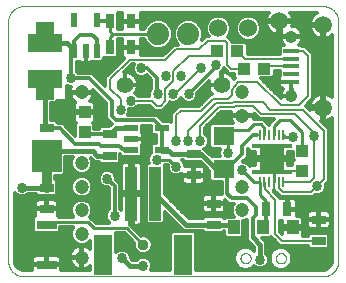
<source format=gbl>
G75*
%MOIN*%
%OFA0B0*%
%FSLAX25Y25*%
%IPPOS*%
%LPD*%
%AMOC8*
5,1,8,0,0,1.08239X$1,22.5*
%
%ADD10C,0.00000*%
%ADD11R,0.03937X0.04331*%
%ADD12R,0.04724X0.03150*%
%ADD13R,0.04724X0.02165*%
%ADD14R,0.10000X0.10500*%
%ADD15R,0.05000X0.03000*%
%ADD16R,0.11800X0.05900*%
%ADD17R,0.05900X0.04000*%
%ADD18R,0.03900X0.04700*%
%ADD19R,0.03937X0.18110*%
%ADD20R,0.06299X0.13386*%
%ADD21R,0.02165X0.04724*%
%ADD22C,0.03369*%
%ADD23C,0.05600*%
%ADD24C,0.07400*%
%ADD25R,0.05315X0.01575*%
%ADD26C,0.05906*%
%ADD27C,0.04156*%
%ADD28C,0.04724*%
%ADD29R,0.04331X0.03937*%
%ADD30R,0.06693X0.03150*%
%ADD31C,0.06000*%
%ADD32R,0.00787X0.03346*%
%ADD33R,0.07677X0.07677*%
%ADD34C,0.00050*%
%ADD35R,0.03937X0.00984*%
%ADD36R,0.07087X0.06299*%
%ADD37R,0.03150X0.04724*%
%ADD38C,0.01000*%
%ADD39C,0.01400*%
%ADD40C,0.00600*%
%ADD41C,0.01600*%
%ADD42C,0.00800*%
%ADD43C,0.01200*%
%ADD44C,0.01800*%
%ADD45C,0.02400*%
%ADD46C,0.03200*%
%ADD47C,0.03762*%
D10*
X0016800Y0011800D02*
X0116800Y0011800D01*
X0116940Y0011802D01*
X0117080Y0011808D01*
X0117220Y0011818D01*
X0117360Y0011831D01*
X0117499Y0011849D01*
X0117638Y0011871D01*
X0117775Y0011896D01*
X0117913Y0011925D01*
X0118049Y0011958D01*
X0118184Y0011995D01*
X0118318Y0012036D01*
X0118451Y0012081D01*
X0118583Y0012129D01*
X0118713Y0012181D01*
X0118842Y0012236D01*
X0118969Y0012295D01*
X0119095Y0012358D01*
X0119219Y0012424D01*
X0119340Y0012493D01*
X0119460Y0012566D01*
X0119578Y0012643D01*
X0119693Y0012722D01*
X0119807Y0012805D01*
X0119917Y0012891D01*
X0120026Y0012980D01*
X0120132Y0013072D01*
X0120235Y0013167D01*
X0120336Y0013264D01*
X0120433Y0013365D01*
X0120528Y0013468D01*
X0120620Y0013574D01*
X0120709Y0013683D01*
X0120795Y0013793D01*
X0120878Y0013907D01*
X0120957Y0014022D01*
X0121034Y0014140D01*
X0121107Y0014260D01*
X0121176Y0014381D01*
X0121242Y0014505D01*
X0121305Y0014631D01*
X0121364Y0014758D01*
X0121419Y0014887D01*
X0121471Y0015017D01*
X0121519Y0015149D01*
X0121564Y0015282D01*
X0121605Y0015416D01*
X0121642Y0015551D01*
X0121675Y0015687D01*
X0121704Y0015825D01*
X0121729Y0015962D01*
X0121751Y0016101D01*
X0121769Y0016240D01*
X0121782Y0016380D01*
X0121792Y0016520D01*
X0121798Y0016660D01*
X0121800Y0016800D01*
X0121800Y0096800D01*
X0121798Y0096940D01*
X0121792Y0097080D01*
X0121782Y0097220D01*
X0121769Y0097360D01*
X0121751Y0097499D01*
X0121729Y0097638D01*
X0121704Y0097775D01*
X0121675Y0097913D01*
X0121642Y0098049D01*
X0121605Y0098184D01*
X0121564Y0098318D01*
X0121519Y0098451D01*
X0121471Y0098583D01*
X0121419Y0098713D01*
X0121364Y0098842D01*
X0121305Y0098969D01*
X0121242Y0099095D01*
X0121176Y0099219D01*
X0121107Y0099340D01*
X0121034Y0099460D01*
X0120957Y0099578D01*
X0120878Y0099693D01*
X0120795Y0099807D01*
X0120709Y0099917D01*
X0120620Y0100026D01*
X0120528Y0100132D01*
X0120433Y0100235D01*
X0120336Y0100336D01*
X0120235Y0100433D01*
X0120132Y0100528D01*
X0120026Y0100620D01*
X0119917Y0100709D01*
X0119807Y0100795D01*
X0119693Y0100878D01*
X0119578Y0100957D01*
X0119460Y0101034D01*
X0119340Y0101107D01*
X0119219Y0101176D01*
X0119095Y0101242D01*
X0118969Y0101305D01*
X0118842Y0101364D01*
X0118713Y0101419D01*
X0118583Y0101471D01*
X0118451Y0101519D01*
X0118318Y0101564D01*
X0118184Y0101605D01*
X0118049Y0101642D01*
X0117913Y0101675D01*
X0117775Y0101704D01*
X0117638Y0101729D01*
X0117499Y0101751D01*
X0117360Y0101769D01*
X0117220Y0101782D01*
X0117080Y0101792D01*
X0116940Y0101798D01*
X0116800Y0101800D01*
X0016800Y0101800D01*
X0016660Y0101798D01*
X0016520Y0101792D01*
X0016380Y0101782D01*
X0016240Y0101769D01*
X0016101Y0101751D01*
X0015962Y0101729D01*
X0015825Y0101704D01*
X0015687Y0101675D01*
X0015551Y0101642D01*
X0015416Y0101605D01*
X0015282Y0101564D01*
X0015149Y0101519D01*
X0015017Y0101471D01*
X0014887Y0101419D01*
X0014758Y0101364D01*
X0014631Y0101305D01*
X0014505Y0101242D01*
X0014381Y0101176D01*
X0014260Y0101107D01*
X0014140Y0101034D01*
X0014022Y0100957D01*
X0013907Y0100878D01*
X0013793Y0100795D01*
X0013683Y0100709D01*
X0013574Y0100620D01*
X0013468Y0100528D01*
X0013365Y0100433D01*
X0013264Y0100336D01*
X0013167Y0100235D01*
X0013072Y0100132D01*
X0012980Y0100026D01*
X0012891Y0099917D01*
X0012805Y0099807D01*
X0012722Y0099693D01*
X0012643Y0099578D01*
X0012566Y0099460D01*
X0012493Y0099340D01*
X0012424Y0099219D01*
X0012358Y0099095D01*
X0012295Y0098969D01*
X0012236Y0098842D01*
X0012181Y0098713D01*
X0012129Y0098583D01*
X0012081Y0098451D01*
X0012036Y0098318D01*
X0011995Y0098184D01*
X0011958Y0098049D01*
X0011925Y0097913D01*
X0011896Y0097775D01*
X0011871Y0097638D01*
X0011849Y0097499D01*
X0011831Y0097360D01*
X0011818Y0097220D01*
X0011808Y0097080D01*
X0011802Y0096940D01*
X0011800Y0096800D01*
X0011800Y0016800D01*
X0011802Y0016660D01*
X0011808Y0016520D01*
X0011818Y0016380D01*
X0011831Y0016240D01*
X0011849Y0016101D01*
X0011871Y0015962D01*
X0011896Y0015825D01*
X0011925Y0015687D01*
X0011958Y0015551D01*
X0011995Y0015416D01*
X0012036Y0015282D01*
X0012081Y0015149D01*
X0012129Y0015017D01*
X0012181Y0014887D01*
X0012236Y0014758D01*
X0012295Y0014631D01*
X0012358Y0014505D01*
X0012424Y0014381D01*
X0012493Y0014260D01*
X0012566Y0014140D01*
X0012643Y0014022D01*
X0012722Y0013907D01*
X0012805Y0013793D01*
X0012891Y0013683D01*
X0012980Y0013574D01*
X0013072Y0013468D01*
X0013167Y0013365D01*
X0013264Y0013264D01*
X0013365Y0013167D01*
X0013468Y0013072D01*
X0013574Y0012980D01*
X0013683Y0012891D01*
X0013793Y0012805D01*
X0013907Y0012722D01*
X0014022Y0012643D01*
X0014140Y0012566D01*
X0014260Y0012493D01*
X0014381Y0012424D01*
X0014505Y0012358D01*
X0014631Y0012295D01*
X0014758Y0012236D01*
X0014887Y0012181D01*
X0015017Y0012129D01*
X0015149Y0012081D01*
X0015282Y0012036D01*
X0015416Y0011995D01*
X0015551Y0011958D01*
X0015687Y0011925D01*
X0015825Y0011896D01*
X0015962Y0011871D01*
X0016101Y0011849D01*
X0016240Y0011831D01*
X0016380Y0011818D01*
X0016520Y0011808D01*
X0016660Y0011802D01*
X0016800Y0011800D01*
X0089200Y0017800D02*
X0089202Y0017882D01*
X0089208Y0017964D01*
X0089218Y0018046D01*
X0089232Y0018127D01*
X0089249Y0018207D01*
X0089271Y0018286D01*
X0089296Y0018364D01*
X0089326Y0018441D01*
X0089358Y0018516D01*
X0089395Y0018590D01*
X0089435Y0018662D01*
X0089478Y0018732D01*
X0089525Y0018799D01*
X0089575Y0018865D01*
X0089628Y0018927D01*
X0089683Y0018987D01*
X0089742Y0019045D01*
X0089804Y0019099D01*
X0089868Y0019151D01*
X0089934Y0019199D01*
X0090003Y0019244D01*
X0090074Y0019286D01*
X0090147Y0019324D01*
X0090221Y0019359D01*
X0090297Y0019390D01*
X0090375Y0019417D01*
X0090453Y0019440D01*
X0090533Y0019460D01*
X0090614Y0019476D01*
X0090695Y0019488D01*
X0090777Y0019496D01*
X0090859Y0019500D01*
X0090941Y0019500D01*
X0091023Y0019496D01*
X0091105Y0019488D01*
X0091186Y0019476D01*
X0091267Y0019460D01*
X0091347Y0019440D01*
X0091425Y0019417D01*
X0091503Y0019390D01*
X0091579Y0019359D01*
X0091653Y0019324D01*
X0091726Y0019286D01*
X0091797Y0019244D01*
X0091866Y0019199D01*
X0091932Y0019151D01*
X0091996Y0019099D01*
X0092058Y0019045D01*
X0092117Y0018987D01*
X0092172Y0018927D01*
X0092225Y0018865D01*
X0092275Y0018799D01*
X0092322Y0018732D01*
X0092365Y0018662D01*
X0092405Y0018590D01*
X0092442Y0018516D01*
X0092474Y0018441D01*
X0092504Y0018364D01*
X0092529Y0018286D01*
X0092551Y0018207D01*
X0092568Y0018127D01*
X0092582Y0018046D01*
X0092592Y0017964D01*
X0092598Y0017882D01*
X0092600Y0017800D01*
X0092598Y0017718D01*
X0092592Y0017636D01*
X0092582Y0017554D01*
X0092568Y0017473D01*
X0092551Y0017393D01*
X0092529Y0017314D01*
X0092504Y0017236D01*
X0092474Y0017159D01*
X0092442Y0017084D01*
X0092405Y0017010D01*
X0092365Y0016938D01*
X0092322Y0016868D01*
X0092275Y0016801D01*
X0092225Y0016735D01*
X0092172Y0016673D01*
X0092117Y0016613D01*
X0092058Y0016555D01*
X0091996Y0016501D01*
X0091932Y0016449D01*
X0091866Y0016401D01*
X0091797Y0016356D01*
X0091726Y0016314D01*
X0091653Y0016276D01*
X0091579Y0016241D01*
X0091503Y0016210D01*
X0091425Y0016183D01*
X0091347Y0016160D01*
X0091267Y0016140D01*
X0091186Y0016124D01*
X0091105Y0016112D01*
X0091023Y0016104D01*
X0090941Y0016100D01*
X0090859Y0016100D01*
X0090777Y0016104D01*
X0090695Y0016112D01*
X0090614Y0016124D01*
X0090533Y0016140D01*
X0090453Y0016160D01*
X0090375Y0016183D01*
X0090297Y0016210D01*
X0090221Y0016241D01*
X0090147Y0016276D01*
X0090074Y0016314D01*
X0090003Y0016356D01*
X0089934Y0016401D01*
X0089868Y0016449D01*
X0089804Y0016501D01*
X0089742Y0016555D01*
X0089683Y0016613D01*
X0089628Y0016673D01*
X0089575Y0016735D01*
X0089525Y0016801D01*
X0089478Y0016868D01*
X0089435Y0016938D01*
X0089395Y0017010D01*
X0089358Y0017084D01*
X0089326Y0017159D01*
X0089296Y0017236D01*
X0089271Y0017314D01*
X0089249Y0017393D01*
X0089232Y0017473D01*
X0089218Y0017554D01*
X0089208Y0017636D01*
X0089202Y0017718D01*
X0089200Y0017800D01*
X0101000Y0017800D02*
X0101002Y0017882D01*
X0101008Y0017964D01*
X0101018Y0018046D01*
X0101032Y0018127D01*
X0101049Y0018207D01*
X0101071Y0018286D01*
X0101096Y0018364D01*
X0101126Y0018441D01*
X0101158Y0018516D01*
X0101195Y0018590D01*
X0101235Y0018662D01*
X0101278Y0018732D01*
X0101325Y0018799D01*
X0101375Y0018865D01*
X0101428Y0018927D01*
X0101483Y0018987D01*
X0101542Y0019045D01*
X0101604Y0019099D01*
X0101668Y0019151D01*
X0101734Y0019199D01*
X0101803Y0019244D01*
X0101874Y0019286D01*
X0101947Y0019324D01*
X0102021Y0019359D01*
X0102097Y0019390D01*
X0102175Y0019417D01*
X0102253Y0019440D01*
X0102333Y0019460D01*
X0102414Y0019476D01*
X0102495Y0019488D01*
X0102577Y0019496D01*
X0102659Y0019500D01*
X0102741Y0019500D01*
X0102823Y0019496D01*
X0102905Y0019488D01*
X0102986Y0019476D01*
X0103067Y0019460D01*
X0103147Y0019440D01*
X0103225Y0019417D01*
X0103303Y0019390D01*
X0103379Y0019359D01*
X0103453Y0019324D01*
X0103526Y0019286D01*
X0103597Y0019244D01*
X0103666Y0019199D01*
X0103732Y0019151D01*
X0103796Y0019099D01*
X0103858Y0019045D01*
X0103917Y0018987D01*
X0103972Y0018927D01*
X0104025Y0018865D01*
X0104075Y0018799D01*
X0104122Y0018732D01*
X0104165Y0018662D01*
X0104205Y0018590D01*
X0104242Y0018516D01*
X0104274Y0018441D01*
X0104304Y0018364D01*
X0104329Y0018286D01*
X0104351Y0018207D01*
X0104368Y0018127D01*
X0104382Y0018046D01*
X0104392Y0017964D01*
X0104398Y0017882D01*
X0104400Y0017800D01*
X0104398Y0017718D01*
X0104392Y0017636D01*
X0104382Y0017554D01*
X0104368Y0017473D01*
X0104351Y0017393D01*
X0104329Y0017314D01*
X0104304Y0017236D01*
X0104274Y0017159D01*
X0104242Y0017084D01*
X0104205Y0017010D01*
X0104165Y0016938D01*
X0104122Y0016868D01*
X0104075Y0016801D01*
X0104025Y0016735D01*
X0103972Y0016673D01*
X0103917Y0016613D01*
X0103858Y0016555D01*
X0103796Y0016501D01*
X0103732Y0016449D01*
X0103666Y0016401D01*
X0103597Y0016356D01*
X0103526Y0016314D01*
X0103453Y0016276D01*
X0103379Y0016241D01*
X0103303Y0016210D01*
X0103225Y0016183D01*
X0103147Y0016160D01*
X0103067Y0016140D01*
X0102986Y0016124D01*
X0102905Y0016112D01*
X0102823Y0016104D01*
X0102741Y0016100D01*
X0102659Y0016100D01*
X0102577Y0016104D01*
X0102495Y0016112D01*
X0102414Y0016124D01*
X0102333Y0016140D01*
X0102253Y0016160D01*
X0102175Y0016183D01*
X0102097Y0016210D01*
X0102021Y0016241D01*
X0101947Y0016276D01*
X0101874Y0016314D01*
X0101803Y0016356D01*
X0101734Y0016401D01*
X0101668Y0016449D01*
X0101604Y0016501D01*
X0101542Y0016555D01*
X0101483Y0016613D01*
X0101428Y0016673D01*
X0101375Y0016735D01*
X0101325Y0016801D01*
X0101278Y0016868D01*
X0101235Y0016938D01*
X0101195Y0017010D01*
X0101158Y0017084D01*
X0101126Y0017159D01*
X0101096Y0017236D01*
X0101071Y0017314D01*
X0101049Y0017393D01*
X0101032Y0017473D01*
X0101018Y0017554D01*
X0101008Y0017636D01*
X0101002Y0017718D01*
X0101000Y0017800D01*
D11*
X0109800Y0046954D03*
X0109800Y0053646D03*
X0037250Y0059754D03*
X0037250Y0066446D03*
D12*
X0045550Y0059093D03*
X0045550Y0052007D03*
X0024550Y0041343D03*
X0024550Y0034257D03*
X0073550Y0045507D03*
X0073550Y0052593D03*
X0080250Y0036043D03*
X0080250Y0028957D03*
X0115300Y0030593D03*
X0115300Y0023507D03*
D13*
X0062969Y0053810D03*
X0062969Y0061290D03*
X0052731Y0061290D03*
X0052731Y0057550D03*
X0052731Y0053810D03*
D14*
X0024550Y0051800D03*
D15*
X0024550Y0061050D03*
D16*
X0024050Y0077650D03*
X0024050Y0089450D03*
D17*
X0024050Y0094400D03*
X0024050Y0072700D03*
D18*
X0087000Y0028050D03*
X0096800Y0028050D03*
X0106600Y0028050D03*
D19*
X0060737Y0039367D03*
X0052863Y0039367D03*
D20*
X0043414Y0018894D03*
X0070186Y0018894D03*
D21*
X0041290Y0086931D03*
X0037550Y0086931D03*
X0033810Y0086931D03*
X0033810Y0097169D03*
X0041290Y0097169D03*
D22*
X0040700Y0081500D03*
X0032800Y0077800D03*
X0049300Y0067300D03*
X0052600Y0070300D03*
X0057850Y0067550D03*
X0061682Y0072499D03*
X0066800Y0072499D03*
X0071918Y0072499D03*
X0075250Y0070000D03*
X0084600Y0064850D03*
X0075800Y0056800D03*
X0071800Y0056800D03*
X0067800Y0056800D03*
X0061300Y0050600D03*
X0067800Y0048300D03*
X0075800Y0040800D03*
X0085000Y0052900D03*
X0089800Y0047100D03*
X0106800Y0058300D03*
X0113700Y0058500D03*
X0114800Y0041800D03*
X0108800Y0018000D03*
X0095800Y0017300D03*
X0076700Y0024800D03*
X0058800Y0026800D03*
X0049800Y0017800D03*
X0056800Y0015300D03*
X0047300Y0031800D03*
X0044800Y0044300D03*
X0058600Y0056800D03*
X0057700Y0076500D03*
X0056200Y0081100D03*
X0064241Y0078601D03*
X0069359Y0078601D03*
X0076200Y0081300D03*
X0081000Y0082200D03*
X0032000Y0063200D03*
X0016300Y0041300D03*
D23*
X0050658Y0075550D03*
X0082942Y0075550D03*
D24*
X0071800Y0092509D03*
X0061800Y0092509D03*
D25*
X0106170Y0086918D03*
X0106170Y0084359D03*
X0106170Y0081800D03*
X0106170Y0079241D03*
X0106170Y0076682D03*
D26*
X0116800Y0068022D03*
X0116800Y0095578D03*
D27*
X0106170Y0091643D03*
X0106170Y0071957D03*
D28*
X0089822Y0073109D03*
X0089822Y0065235D03*
X0089822Y0041613D03*
X0089822Y0033739D03*
X0036278Y0033739D03*
X0036278Y0041613D03*
X0036278Y0049487D03*
X0036278Y0025865D03*
X0036278Y0017991D03*
X0036278Y0073109D03*
D29*
X0081504Y0086850D03*
X0088196Y0086850D03*
X0090504Y0080900D03*
X0097196Y0080900D03*
D30*
X0024550Y0028993D03*
X0024550Y0015607D03*
D31*
X0081800Y0094500D03*
X0091800Y0094500D03*
X0102200Y0096900D03*
D32*
X0101912Y0058826D03*
X0100337Y0058826D03*
X0098763Y0058826D03*
X0097188Y0058826D03*
X0095613Y0058826D03*
X0103487Y0058826D03*
X0103487Y0043274D03*
X0101912Y0043274D03*
X0100337Y0043274D03*
X0098763Y0043274D03*
X0097188Y0043274D03*
X0095613Y0043274D03*
D33*
X0099550Y0051050D03*
D34*
X0095711Y0051046D02*
X0103389Y0051046D01*
X0103389Y0051094D02*
X0095711Y0051094D01*
X0095711Y0051143D02*
X0103389Y0051143D01*
X0103389Y0051191D02*
X0095711Y0051191D01*
X0095711Y0051240D02*
X0103389Y0051240D01*
X0103389Y0051288D02*
X0095711Y0051288D01*
X0095711Y0051337D02*
X0103389Y0051337D01*
X0103389Y0051385D02*
X0095711Y0051385D01*
X0095711Y0051434D02*
X0103389Y0051434D01*
X0103389Y0051482D02*
X0095711Y0051482D01*
X0095711Y0051531D02*
X0103389Y0051531D01*
X0103389Y0051579D02*
X0095711Y0051579D01*
X0095711Y0051628D02*
X0103389Y0051628D01*
X0103389Y0051676D02*
X0095711Y0051676D01*
X0095711Y0051725D02*
X0103389Y0051725D01*
X0103389Y0051773D02*
X0095711Y0051773D01*
X0095711Y0051822D02*
X0103389Y0051822D01*
X0103389Y0051870D02*
X0095711Y0051870D01*
X0095711Y0051919D02*
X0103389Y0051919D01*
X0103389Y0051967D02*
X0095711Y0051967D01*
X0095711Y0052016D02*
X0103389Y0052016D01*
X0103389Y0052064D02*
X0095711Y0052064D01*
X0095711Y0052113D02*
X0103389Y0052113D01*
X0103389Y0052161D02*
X0095711Y0052161D01*
X0095711Y0052210D02*
X0103389Y0052210D01*
X0103389Y0052258D02*
X0095711Y0052258D01*
X0095711Y0052307D02*
X0103389Y0052307D01*
X0103389Y0052355D02*
X0095711Y0052355D01*
X0095711Y0052404D02*
X0103389Y0052404D01*
X0103389Y0052452D02*
X0095711Y0052452D01*
X0095711Y0052501D02*
X0103389Y0052501D01*
X0103389Y0052550D02*
X0095711Y0052550D01*
X0095711Y0052598D02*
X0103389Y0052598D01*
X0103389Y0052647D02*
X0095711Y0052647D01*
X0095711Y0052695D02*
X0103389Y0052695D01*
X0103389Y0052744D02*
X0095711Y0052744D01*
X0095711Y0052792D02*
X0103389Y0052792D01*
X0103389Y0052841D02*
X0095711Y0052841D01*
X0095711Y0052889D02*
X0103389Y0052889D01*
X0103389Y0052938D02*
X0095711Y0052938D01*
X0095711Y0052986D02*
X0103389Y0052986D01*
X0103389Y0053035D02*
X0095711Y0053035D01*
X0095711Y0053083D02*
X0103389Y0053083D01*
X0103389Y0053132D02*
X0095711Y0053132D01*
X0095711Y0053180D02*
X0103389Y0053180D01*
X0103389Y0053229D02*
X0095711Y0053229D01*
X0095711Y0053277D02*
X0103389Y0053277D01*
X0103389Y0053326D02*
X0095711Y0053326D01*
X0095711Y0053374D02*
X0103389Y0053374D01*
X0103389Y0053423D02*
X0095711Y0053423D01*
X0095711Y0053471D02*
X0103389Y0053471D01*
X0103389Y0053520D02*
X0095711Y0053520D01*
X0095711Y0053568D02*
X0103389Y0053568D01*
X0103389Y0053617D02*
X0095711Y0053617D01*
X0095711Y0053665D02*
X0103389Y0053665D01*
X0103389Y0053714D02*
X0095711Y0053714D01*
X0095711Y0053762D02*
X0103389Y0053762D01*
X0103389Y0053811D02*
X0095711Y0053811D01*
X0095711Y0053859D02*
X0103389Y0053859D01*
X0103389Y0053908D02*
X0095711Y0053908D01*
X0095711Y0053956D02*
X0103389Y0053956D01*
X0103389Y0054005D02*
X0095711Y0054005D01*
X0095711Y0054053D02*
X0103389Y0054053D01*
X0103389Y0054102D02*
X0095711Y0054102D01*
X0095711Y0054150D02*
X0103389Y0054150D01*
X0103389Y0054199D02*
X0095711Y0054199D01*
X0095711Y0054247D02*
X0103389Y0054247D01*
X0103389Y0054296D02*
X0095711Y0054296D01*
X0095711Y0054344D02*
X0103389Y0054344D01*
X0103389Y0054393D02*
X0095711Y0054393D01*
X0095711Y0054441D02*
X0103389Y0054441D01*
X0103389Y0054490D02*
X0095711Y0054490D01*
X0095711Y0054538D02*
X0103389Y0054538D01*
X0103389Y0054587D02*
X0095711Y0054587D01*
X0095711Y0054635D02*
X0103389Y0054635D01*
X0103389Y0054684D02*
X0095711Y0054684D01*
X0095711Y0054733D02*
X0103389Y0054733D01*
X0103389Y0054781D02*
X0095711Y0054781D01*
X0095711Y0054830D02*
X0103389Y0054830D01*
X0103389Y0054878D02*
X0095711Y0054878D01*
X0095711Y0054889D02*
X0093054Y0054889D01*
X0093054Y0055873D01*
X0106046Y0055873D01*
X0106046Y0054889D01*
X0103389Y0054889D01*
X0103389Y0047211D01*
X0106046Y0047211D01*
X0106046Y0046227D01*
X0093054Y0046227D01*
X0093054Y0047211D01*
X0095711Y0047211D01*
X0095711Y0054889D01*
X0093054Y0054927D02*
X0106046Y0054927D01*
X0106046Y0054975D02*
X0093054Y0054975D01*
X0093054Y0055024D02*
X0106046Y0055024D01*
X0106046Y0055072D02*
X0093054Y0055072D01*
X0093054Y0055121D02*
X0106046Y0055121D01*
X0106046Y0055169D02*
X0093054Y0055169D01*
X0093054Y0055218D02*
X0106046Y0055218D01*
X0106046Y0055266D02*
X0093054Y0055266D01*
X0093054Y0055315D02*
X0106046Y0055315D01*
X0106046Y0055363D02*
X0093054Y0055363D01*
X0093054Y0055412D02*
X0106046Y0055412D01*
X0106046Y0055460D02*
X0093054Y0055460D01*
X0093054Y0055509D02*
X0106046Y0055509D01*
X0106046Y0055557D02*
X0093054Y0055557D01*
X0093054Y0055606D02*
X0106046Y0055606D01*
X0106046Y0055654D02*
X0093054Y0055654D01*
X0093054Y0055703D02*
X0106046Y0055703D01*
X0106046Y0055751D02*
X0093054Y0055751D01*
X0093054Y0055800D02*
X0106046Y0055800D01*
X0106046Y0055848D02*
X0093054Y0055848D01*
X0095711Y0050997D02*
X0103389Y0050997D01*
X0103389Y0050949D02*
X0095711Y0050949D01*
X0095711Y0050900D02*
X0103389Y0050900D01*
X0103389Y0050852D02*
X0095711Y0050852D01*
X0095711Y0050803D02*
X0103389Y0050803D01*
X0103389Y0050755D02*
X0095711Y0050755D01*
X0095711Y0050706D02*
X0103389Y0050706D01*
X0103389Y0050658D02*
X0095711Y0050658D01*
X0095711Y0050609D02*
X0103389Y0050609D01*
X0103389Y0050561D02*
X0095711Y0050561D01*
X0095711Y0050512D02*
X0103389Y0050512D01*
X0103389Y0050464D02*
X0095711Y0050464D01*
X0095711Y0050415D02*
X0103389Y0050415D01*
X0103389Y0050366D02*
X0095711Y0050366D01*
X0095711Y0050318D02*
X0103389Y0050318D01*
X0103389Y0050269D02*
X0095711Y0050269D01*
X0095711Y0050221D02*
X0103389Y0050221D01*
X0103389Y0050172D02*
X0095711Y0050172D01*
X0095711Y0050124D02*
X0103389Y0050124D01*
X0103389Y0050075D02*
X0095711Y0050075D01*
X0095711Y0050027D02*
X0103389Y0050027D01*
X0103389Y0049978D02*
X0095711Y0049978D01*
X0095711Y0049930D02*
X0103389Y0049930D01*
X0103389Y0049881D02*
X0095711Y0049881D01*
X0095711Y0049833D02*
X0103389Y0049833D01*
X0103389Y0049784D02*
X0095711Y0049784D01*
X0095711Y0049736D02*
X0103389Y0049736D01*
X0103389Y0049687D02*
X0095711Y0049687D01*
X0095711Y0049639D02*
X0103389Y0049639D01*
X0103389Y0049590D02*
X0095711Y0049590D01*
X0095711Y0049542D02*
X0103389Y0049542D01*
X0103389Y0049493D02*
X0095711Y0049493D01*
X0095711Y0049445D02*
X0103389Y0049445D01*
X0103389Y0049396D02*
X0095711Y0049396D01*
X0095711Y0049348D02*
X0103389Y0049348D01*
X0103389Y0049299D02*
X0095711Y0049299D01*
X0095711Y0049251D02*
X0103389Y0049251D01*
X0103389Y0049202D02*
X0095711Y0049202D01*
X0095711Y0049154D02*
X0103389Y0049154D01*
X0103389Y0049105D02*
X0095711Y0049105D01*
X0095711Y0049057D02*
X0103389Y0049057D01*
X0103389Y0049008D02*
X0095711Y0049008D01*
X0095711Y0048960D02*
X0103389Y0048960D01*
X0103389Y0048911D02*
X0095711Y0048911D01*
X0095711Y0048863D02*
X0103389Y0048863D01*
X0103389Y0048814D02*
X0095711Y0048814D01*
X0095711Y0048766D02*
X0103389Y0048766D01*
X0103389Y0048717D02*
X0095711Y0048717D01*
X0095711Y0048669D02*
X0103389Y0048669D01*
X0103389Y0048620D02*
X0095711Y0048620D01*
X0095711Y0048572D02*
X0103389Y0048572D01*
X0103389Y0048523D02*
X0095711Y0048523D01*
X0095711Y0048475D02*
X0103389Y0048475D01*
X0103389Y0048426D02*
X0095711Y0048426D01*
X0095711Y0048378D02*
X0103389Y0048378D01*
X0103389Y0048329D02*
X0095711Y0048329D01*
X0095711Y0048281D02*
X0103389Y0048281D01*
X0103389Y0048232D02*
X0095711Y0048232D01*
X0095711Y0048183D02*
X0103389Y0048183D01*
X0103389Y0048135D02*
X0095711Y0048135D01*
X0095711Y0048086D02*
X0103389Y0048086D01*
X0103389Y0048038D02*
X0095711Y0048038D01*
X0095711Y0047989D02*
X0103389Y0047989D01*
X0103389Y0047941D02*
X0095711Y0047941D01*
X0095711Y0047892D02*
X0103389Y0047892D01*
X0103389Y0047844D02*
X0095711Y0047844D01*
X0095711Y0047795D02*
X0103389Y0047795D01*
X0103389Y0047747D02*
X0095711Y0047747D01*
X0095711Y0047698D02*
X0103389Y0047698D01*
X0103389Y0047650D02*
X0095711Y0047650D01*
X0095711Y0047601D02*
X0103389Y0047601D01*
X0103389Y0047553D02*
X0095711Y0047553D01*
X0095711Y0047504D02*
X0103389Y0047504D01*
X0103389Y0047456D02*
X0095711Y0047456D01*
X0095711Y0047407D02*
X0103389Y0047407D01*
X0103389Y0047359D02*
X0095711Y0047359D01*
X0095711Y0047310D02*
X0103389Y0047310D01*
X0103389Y0047262D02*
X0095711Y0047262D01*
X0095711Y0047213D02*
X0103389Y0047213D01*
X0106046Y0047165D02*
X0093054Y0047165D01*
X0093054Y0047116D02*
X0106046Y0047116D01*
X0106046Y0047068D02*
X0093054Y0047068D01*
X0093054Y0047019D02*
X0106046Y0047019D01*
X0106046Y0046971D02*
X0093054Y0046971D01*
X0093054Y0046922D02*
X0106046Y0046922D01*
X0106046Y0046874D02*
X0093054Y0046874D01*
X0093054Y0046825D02*
X0106046Y0046825D01*
X0106046Y0046777D02*
X0093054Y0046777D01*
X0093054Y0046728D02*
X0106046Y0046728D01*
X0106046Y0046680D02*
X0093054Y0046680D01*
X0093054Y0046631D02*
X0106046Y0046631D01*
X0106046Y0046583D02*
X0093054Y0046583D01*
X0093054Y0046534D02*
X0106046Y0046534D01*
X0106046Y0046486D02*
X0093054Y0046486D01*
X0093054Y0046437D02*
X0106046Y0046437D01*
X0106046Y0046389D02*
X0093054Y0046389D01*
X0093054Y0046340D02*
X0106046Y0046340D01*
X0106046Y0046292D02*
X0093054Y0046292D01*
X0093054Y0046243D02*
X0106046Y0046243D01*
D35*
X0104078Y0046719D03*
X0095022Y0046719D03*
X0095022Y0055381D03*
X0104078Y0055381D03*
D36*
X0083600Y0058462D03*
X0083600Y0047438D03*
D37*
X0097757Y0034050D03*
X0104843Y0034050D03*
X0052843Y0088050D03*
X0045757Y0088050D03*
X0045757Y0096800D03*
X0052843Y0096800D03*
D38*
X0045800Y0096757D02*
X0045800Y0093300D01*
X0046591Y0092509D01*
X0045757Y0091674D01*
X0045757Y0088050D01*
X0046591Y0092509D02*
X0061800Y0092509D01*
X0045800Y0096757D02*
X0045757Y0096800D01*
X0033810Y0086931D02*
X0032800Y0087931D01*
X0024050Y0089450D02*
X0024050Y0094400D01*
X0024050Y0077650D02*
X0024050Y0072700D01*
X0061300Y0050600D02*
X0065500Y0050600D01*
X0067800Y0048300D01*
X0083600Y0047438D02*
X0085562Y0048800D01*
X0089800Y0047100D02*
X0093626Y0043274D01*
X0095613Y0043274D01*
X0095613Y0038987D01*
X0097757Y0036843D01*
X0097757Y0034050D01*
X0100337Y0043274D02*
X0100337Y0050263D01*
X0099550Y0051050D01*
X0100337Y0058826D02*
X0100337Y0061837D01*
X0102300Y0063800D01*
X0105800Y0063800D01*
X0109800Y0059800D01*
X0109800Y0053646D01*
X0106800Y0058300D02*
X0104013Y0058300D01*
X0103487Y0058826D01*
X0097188Y0058826D02*
X0097188Y0061312D01*
X0096100Y0062400D01*
X0093600Y0062400D01*
X0091600Y0060400D01*
X0086138Y0060400D01*
X0085038Y0059300D01*
X0083600Y0058462D02*
X0085000Y0057062D01*
X0085000Y0052900D01*
X0056800Y0022300D02*
X0051300Y0027800D01*
X0040300Y0027800D01*
X0038300Y0029800D01*
X0024607Y0029800D01*
X0024550Y0028993D01*
D39*
X0062969Y0053810D02*
X0062969Y0061290D01*
X0060459Y0063800D01*
X0047800Y0063800D01*
X0046300Y0065300D01*
X0046300Y0070300D01*
X0038800Y0077800D01*
X0032800Y0077800D01*
X0032800Y0087931D01*
X0033810Y0086931D02*
X0033810Y0090310D01*
X0035800Y0092300D01*
X0039800Y0092300D01*
X0041290Y0090810D01*
X0041290Y0086931D01*
X0041659Y0096800D02*
X0041290Y0097169D01*
X0041659Y0096800D02*
X0045757Y0096800D01*
X0089700Y0055100D02*
X0093326Y0058726D01*
X0094826Y0058726D01*
X0089700Y0055100D02*
X0089700Y0052400D01*
X0086200Y0048900D01*
X0085538Y0046800D02*
X0084800Y0046062D01*
X0084800Y0039300D01*
X0086300Y0037800D01*
X0091300Y0037800D01*
X0094300Y0034800D01*
X0094300Y0032300D01*
X0093300Y0031300D01*
X0093300Y0024800D01*
D40*
X0104843Y0034050D02*
X0105300Y0034507D01*
X0104843Y0034050D02*
X0104843Y0035757D01*
X0097300Y0043162D02*
X0097188Y0043274D01*
X0095219Y0046719D02*
X0095022Y0046719D01*
X0095219Y0046719D02*
X0095350Y0046721D01*
X0095480Y0046727D01*
X0095611Y0046737D01*
X0095741Y0046751D01*
X0095871Y0046768D01*
X0096000Y0046790D01*
X0096128Y0046815D01*
X0096255Y0046845D01*
X0096382Y0046878D01*
X0096507Y0046915D01*
X0096632Y0046956D01*
X0096755Y0047000D01*
X0096876Y0047049D01*
X0096996Y0047101D01*
X0097115Y0047156D01*
X0097232Y0047215D01*
X0097347Y0047278D01*
X0097460Y0047344D01*
X0097571Y0047413D01*
X0097679Y0047486D01*
X0097786Y0047562D01*
X0097890Y0047641D01*
X0097992Y0047723D01*
X0098091Y0047808D01*
X0098188Y0047896D01*
X0098281Y0047988D01*
X0098373Y0048081D01*
X0098461Y0048178D01*
X0098546Y0048277D01*
X0098628Y0048379D01*
X0098707Y0048483D01*
X0098783Y0048590D01*
X0098856Y0048698D01*
X0098925Y0048809D01*
X0098991Y0048922D01*
X0099054Y0049037D01*
X0099113Y0049154D01*
X0099168Y0049273D01*
X0099220Y0049393D01*
X0099269Y0049514D01*
X0099313Y0049637D01*
X0099354Y0049762D01*
X0099391Y0049887D01*
X0099424Y0050014D01*
X0099454Y0050141D01*
X0099479Y0050269D01*
X0099501Y0050398D01*
X0099518Y0050528D01*
X0099532Y0050658D01*
X0099542Y0050789D01*
X0099548Y0050919D01*
X0099550Y0051050D01*
X0097800Y0052800D01*
X0095219Y0055381D01*
X0095022Y0055381D01*
X0100381Y0055381D02*
X0104078Y0055381D01*
X0100381Y0055381D02*
X0100282Y0055379D01*
X0100183Y0055373D01*
X0100085Y0055364D01*
X0099987Y0055351D01*
X0099890Y0055334D01*
X0099793Y0055313D01*
X0099697Y0055289D01*
X0099602Y0055261D01*
X0099509Y0055229D01*
X0099416Y0055194D01*
X0099325Y0055155D01*
X0099236Y0055113D01*
X0099148Y0055067D01*
X0099062Y0055019D01*
X0098978Y0054966D01*
X0098896Y0054911D01*
X0098816Y0054853D01*
X0098739Y0054791D01*
X0098664Y0054727D01*
X0098591Y0054660D01*
X0098521Y0054590D01*
X0098454Y0054517D01*
X0098390Y0054442D01*
X0098328Y0054365D01*
X0098270Y0054285D01*
X0098215Y0054203D01*
X0098162Y0054119D01*
X0098114Y0054033D01*
X0098068Y0053945D01*
X0098026Y0053856D01*
X0097987Y0053765D01*
X0097952Y0053672D01*
X0097920Y0053579D01*
X0097892Y0053484D01*
X0097868Y0053388D01*
X0097847Y0053291D01*
X0097830Y0053194D01*
X0097817Y0053096D01*
X0097808Y0052998D01*
X0097802Y0052899D01*
X0097800Y0052800D01*
X0099550Y0051050D02*
X0099552Y0050919D01*
X0099558Y0050789D01*
X0099568Y0050658D01*
X0099582Y0050528D01*
X0099599Y0050398D01*
X0099621Y0050269D01*
X0099646Y0050141D01*
X0099676Y0050014D01*
X0099709Y0049887D01*
X0099746Y0049762D01*
X0099787Y0049637D01*
X0099831Y0049514D01*
X0099880Y0049393D01*
X0099932Y0049273D01*
X0099987Y0049154D01*
X0100046Y0049037D01*
X0100109Y0048922D01*
X0100175Y0048809D01*
X0100244Y0048698D01*
X0100317Y0048590D01*
X0100393Y0048483D01*
X0100472Y0048379D01*
X0100554Y0048277D01*
X0100639Y0048178D01*
X0100727Y0048081D01*
X0100819Y0047988D01*
X0100912Y0047896D01*
X0101009Y0047808D01*
X0101108Y0047723D01*
X0101210Y0047641D01*
X0101314Y0047562D01*
X0101421Y0047486D01*
X0101529Y0047413D01*
X0101640Y0047344D01*
X0101753Y0047278D01*
X0101868Y0047215D01*
X0101985Y0047156D01*
X0102104Y0047101D01*
X0102224Y0047049D01*
X0102345Y0047000D01*
X0102468Y0046956D01*
X0102593Y0046915D01*
X0102718Y0046878D01*
X0102845Y0046845D01*
X0102972Y0046815D01*
X0103100Y0046790D01*
X0103229Y0046768D01*
X0103359Y0046751D01*
X0103489Y0046737D01*
X0103620Y0046727D01*
X0103750Y0046721D01*
X0103881Y0046719D01*
X0104078Y0046719D01*
X0109566Y0046719D01*
X0109800Y0046954D01*
X0067800Y0056800D02*
X0067800Y0062200D01*
X0032800Y0077800D02*
X0032800Y0081422D01*
D41*
X0033810Y0086931D02*
X0031291Y0089450D01*
X0024050Y0089450D01*
X0024050Y0072700D02*
X0024050Y0061050D01*
X0024550Y0061050D01*
X0025300Y0053500D02*
X0039900Y0053500D01*
X0041493Y0052007D01*
X0045550Y0052007D01*
X0045550Y0059093D02*
X0047747Y0061290D01*
X0052731Y0061290D01*
X0062969Y0053810D02*
X0063078Y0053700D01*
X0065300Y0053700D01*
X0066407Y0052593D01*
X0073550Y0052593D01*
X0076007Y0052593D01*
X0080800Y0047800D01*
X0085038Y0047800D01*
X0083600Y0047438D01*
X0085538Y0046800D01*
X0086200Y0048900D01*
X0084800Y0047238D02*
X0084753Y0047207D01*
X0084704Y0047179D01*
X0084654Y0047154D01*
X0084602Y0047133D01*
X0084548Y0047115D01*
X0084494Y0047100D01*
X0084439Y0047089D01*
X0084383Y0047082D01*
X0084327Y0047078D01*
X0084271Y0047079D01*
X0084214Y0047082D01*
X0084159Y0047090D01*
X0084103Y0047101D01*
X0084049Y0047115D01*
X0083996Y0047134D01*
X0083944Y0047155D01*
X0083893Y0047180D01*
X0083845Y0047208D01*
X0083798Y0047240D01*
X0083753Y0047274D01*
X0083711Y0047311D01*
X0083671Y0047351D01*
X0083634Y0047393D01*
X0083600Y0047438D01*
X0093300Y0024800D02*
X0095800Y0022300D01*
X0095800Y0017300D01*
X0056800Y0015300D02*
X0052300Y0015300D01*
X0049800Y0017800D01*
X0025300Y0053500D02*
X0024550Y0053050D01*
D42*
X0049300Y0067300D02*
X0049300Y0070800D01*
X0045800Y0074300D01*
X0045800Y0077500D01*
X0052300Y0084000D01*
X0064200Y0084000D01*
X0067600Y0087400D01*
X0075500Y0087400D01*
X0078300Y0090200D01*
X0084100Y0090200D01*
X0084800Y0089500D01*
X0084800Y0082200D01*
X0086100Y0080900D01*
X0090504Y0080900D01*
X0090687Y0084359D02*
X0106170Y0084359D01*
X0106170Y0081800D02*
X0098096Y0081800D01*
X0097196Y0080900D01*
X0094850Y0076550D02*
X0102600Y0068800D01*
X0108800Y0068800D01*
X0111800Y0071800D01*
X0111800Y0085300D01*
X0110182Y0086918D01*
X0106170Y0086918D01*
X0094850Y0076550D02*
X0088300Y0076550D01*
X0086300Y0073800D01*
X0086300Y0072300D01*
X0084900Y0070900D01*
X0080000Y0070900D01*
X0076000Y0066900D01*
X0069300Y0066900D01*
X0067800Y0065400D01*
X0067800Y0062200D01*
X0071800Y0060300D02*
X0071800Y0056800D01*
X0071800Y0060300D02*
X0081000Y0069500D01*
X0086400Y0069500D01*
X0086800Y0069900D01*
X0096600Y0069900D01*
X0099200Y0067300D01*
X0110100Y0067300D01*
X0117100Y0060300D01*
X0117100Y0044100D01*
X0114800Y0041800D01*
X0112800Y0039800D01*
X0103300Y0039800D01*
X0101912Y0041188D01*
X0101912Y0043274D01*
X0100337Y0043274D02*
X0100337Y0040263D01*
X0102300Y0038300D01*
X0104800Y0038300D01*
X0105300Y0037800D01*
X0105300Y0034507D01*
X0100800Y0037300D02*
X0100800Y0025800D01*
X0103093Y0023507D01*
X0115300Y0023507D01*
X0100800Y0037300D02*
X0097300Y0040800D01*
X0097300Y0043162D01*
X0103487Y0043274D02*
X0112274Y0043274D01*
X0113700Y0044700D01*
X0113700Y0058500D01*
X0113700Y0059400D01*
X0107300Y0065800D01*
X0096200Y0065800D01*
X0093500Y0068500D01*
X0087500Y0068500D01*
X0087100Y0068100D01*
X0081900Y0068100D01*
X0075800Y0062000D01*
X0075800Y0056800D01*
X0062600Y0068600D02*
X0064200Y0070200D01*
X0064200Y0074200D01*
X0066800Y0076800D01*
X0066800Y0080200D01*
X0071900Y0085300D01*
X0079954Y0085300D01*
X0081504Y0086850D01*
X0088196Y0086850D02*
X0090687Y0084359D01*
X0076200Y0081300D02*
X0067399Y0072499D01*
X0066800Y0072499D01*
X0062600Y0068600D02*
X0061300Y0068600D01*
X0059600Y0070300D01*
X0052600Y0070300D01*
X0094826Y0058726D02*
X0095613Y0058726D01*
X0095613Y0058826D01*
X0095613Y0058800D01*
D43*
X0098637Y0062267D02*
X0097800Y0063104D01*
X0096804Y0064100D01*
X0093636Y0064100D01*
X0093784Y0064845D01*
X0093784Y0065048D01*
X0090009Y0065048D01*
X0090009Y0065422D01*
X0093784Y0065422D01*
X0093784Y0065625D01*
X0093702Y0066035D01*
X0094600Y0065137D01*
X0095537Y0064200D01*
X0100296Y0064200D01*
X0099633Y0063537D01*
X0098637Y0062542D01*
X0098637Y0062267D01*
X0099432Y0063336D02*
X0097568Y0063336D01*
X0095203Y0064534D02*
X0093722Y0064534D01*
X0094600Y0065137D02*
X0094600Y0065137D01*
X0094004Y0065733D02*
X0093762Y0065733D01*
X0089634Y0065422D02*
X0089634Y0065048D01*
X0085859Y0065048D01*
X0085859Y0064845D01*
X0086012Y0064079D01*
X0086310Y0063358D01*
X0086676Y0062811D01*
X0079560Y0062811D01*
X0078857Y0062108D01*
X0078857Y0054815D01*
X0079560Y0054112D01*
X0082380Y0054112D01*
X0082116Y0053474D01*
X0082116Y0052326D01*
X0082339Y0051788D01*
X0079641Y0051788D01*
X0077179Y0054249D01*
X0077434Y0054355D01*
X0078245Y0055166D01*
X0078684Y0056226D01*
X0078684Y0057374D01*
X0078245Y0058434D01*
X0077434Y0059245D01*
X0077400Y0059259D01*
X0077400Y0061337D01*
X0082563Y0066500D01*
X0086057Y0066500D01*
X0086012Y0066391D01*
X0085859Y0065625D01*
X0085859Y0065422D01*
X0089634Y0065422D01*
X0085881Y0065733D02*
X0081796Y0065733D01*
X0080597Y0064534D02*
X0085921Y0064534D01*
X0086325Y0063336D02*
X0079399Y0063336D01*
X0078886Y0062137D02*
X0078200Y0062137D01*
X0078857Y0060939D02*
X0077400Y0060939D01*
X0077400Y0059740D02*
X0078857Y0059740D01*
X0078857Y0058542D02*
X0078137Y0058542D01*
X0078684Y0057343D02*
X0078857Y0057343D01*
X0078857Y0056145D02*
X0078651Y0056145D01*
X0078857Y0054946D02*
X0078025Y0054946D01*
X0077681Y0053748D02*
X0082229Y0053748D01*
X0082116Y0052549D02*
X0078879Y0052549D01*
X0075953Y0049819D02*
X0078800Y0046972D01*
X0078857Y0046915D01*
X0078857Y0043792D01*
X0079560Y0043089D01*
X0082900Y0043089D01*
X0082900Y0039197D01*
X0082823Y0039218D01*
X0080437Y0039218D01*
X0080437Y0036231D01*
X0080063Y0036231D01*
X0080063Y0039218D01*
X0077677Y0039218D01*
X0077270Y0039109D01*
X0076905Y0038898D01*
X0076607Y0038601D01*
X0076397Y0038236D01*
X0076288Y0037829D01*
X0076288Y0036231D01*
X0080063Y0036231D01*
X0080063Y0035856D01*
X0080437Y0035856D01*
X0080437Y0032869D01*
X0082823Y0032869D01*
X0083230Y0032978D01*
X0083595Y0033188D01*
X0083893Y0033486D01*
X0084103Y0033851D01*
X0084212Y0034258D01*
X0084212Y0035856D01*
X0080437Y0035856D01*
X0080437Y0036231D01*
X0084212Y0036231D01*
X0084212Y0037201D01*
X0085513Y0035900D01*
X0086945Y0035900D01*
X0086802Y0035757D01*
X0086259Y0034448D01*
X0086259Y0033030D01*
X0086802Y0031721D01*
X0086923Y0031600D01*
X0084553Y0031600D01*
X0084010Y0031057D01*
X0083784Y0031057D01*
X0083109Y0031731D01*
X0077391Y0031731D01*
X0076716Y0031057D01*
X0072017Y0031057D01*
X0063905Y0039168D01*
X0063905Y0048900D01*
X0064796Y0048900D01*
X0064916Y0048780D01*
X0064916Y0047726D01*
X0065355Y0046666D01*
X0066166Y0045855D01*
X0067226Y0045416D01*
X0068374Y0045416D01*
X0069434Y0045855D01*
X0069588Y0046009D01*
X0069588Y0045694D01*
X0073363Y0045694D01*
X0073363Y0048681D01*
X0070977Y0048681D01*
X0070684Y0048603D01*
X0070684Y0048874D01*
X0070245Y0049934D01*
X0069586Y0050593D01*
X0069988Y0050593D01*
X0069988Y0050521D01*
X0070691Y0049819D01*
X0075953Y0049819D01*
X0076123Y0048681D02*
X0073737Y0048681D01*
X0073737Y0045694D01*
X0073363Y0045694D01*
X0073363Y0045319D01*
X0073737Y0045319D01*
X0073737Y0042332D01*
X0076123Y0042332D01*
X0076530Y0042441D01*
X0076895Y0042652D01*
X0077193Y0042949D01*
X0077403Y0043314D01*
X0077512Y0043721D01*
X0077512Y0045319D01*
X0073737Y0045319D01*
X0073737Y0045694D01*
X0077512Y0045694D01*
X0077512Y0047292D01*
X0077403Y0047699D01*
X0077193Y0048064D01*
X0076895Y0048362D01*
X0076530Y0048572D01*
X0076123Y0048681D01*
X0076818Y0048954D02*
X0070651Y0048954D01*
X0070357Y0050152D02*
X0070027Y0050152D01*
X0073363Y0047755D02*
X0073737Y0047755D01*
X0073737Y0046557D02*
X0073363Y0046557D01*
X0073363Y0045358D02*
X0063905Y0045358D01*
X0063905Y0044160D02*
X0069588Y0044160D01*
X0069588Y0043721D02*
X0069697Y0043314D01*
X0069907Y0042949D01*
X0070205Y0042652D01*
X0070570Y0042441D01*
X0070977Y0042332D01*
X0073363Y0042332D01*
X0073363Y0045319D01*
X0069588Y0045319D01*
X0069588Y0043721D01*
X0069901Y0042961D02*
X0063905Y0042961D01*
X0063905Y0041763D02*
X0082900Y0041763D01*
X0082900Y0042961D02*
X0077199Y0042961D01*
X0077512Y0044160D02*
X0078857Y0044160D01*
X0078857Y0045358D02*
X0073737Y0045358D01*
X0073737Y0044160D02*
X0073363Y0044160D01*
X0073363Y0042961D02*
X0073737Y0042961D01*
X0077512Y0046557D02*
X0078857Y0046557D01*
X0078016Y0047755D02*
X0077371Y0047755D01*
X0082900Y0040564D02*
X0063905Y0040564D01*
X0063905Y0039366D02*
X0082900Y0039366D01*
X0084212Y0036969D02*
X0084444Y0036969D01*
X0084212Y0035770D02*
X0086815Y0035770D01*
X0086311Y0034572D02*
X0084212Y0034572D01*
X0083780Y0033373D02*
X0086259Y0033373D01*
X0086614Y0032175D02*
X0070899Y0032175D01*
X0069701Y0033373D02*
X0076720Y0033373D01*
X0076607Y0033486D02*
X0076905Y0033188D01*
X0077270Y0032978D01*
X0077677Y0032869D01*
X0080063Y0032868D01*
X0080063Y0035856D01*
X0076288Y0035856D01*
X0076288Y0034258D01*
X0076397Y0033851D01*
X0076607Y0033486D01*
X0076288Y0034572D02*
X0068502Y0034572D01*
X0067304Y0035770D02*
X0076288Y0035770D01*
X0076288Y0036969D02*
X0066105Y0036969D01*
X0064907Y0038167D02*
X0076378Y0038167D01*
X0080063Y0038167D02*
X0080437Y0038167D01*
X0080437Y0036969D02*
X0080063Y0036969D01*
X0080063Y0035770D02*
X0080437Y0035770D01*
X0080437Y0034572D02*
X0080063Y0034572D01*
X0080063Y0033373D02*
X0080437Y0033373D01*
X0083784Y0026857D02*
X0083850Y0026857D01*
X0083850Y0025203D01*
X0084553Y0024500D01*
X0089447Y0024500D01*
X0090150Y0025203D01*
X0090150Y0030177D01*
X0090530Y0030177D01*
X0091400Y0030537D01*
X0091400Y0025728D01*
X0091300Y0025628D01*
X0091300Y0023972D01*
X0093800Y0021472D01*
X0093800Y0020274D01*
X0093053Y0021021D01*
X0091656Y0021600D01*
X0090144Y0021600D01*
X0088747Y0021021D01*
X0087679Y0019953D01*
X0087100Y0018556D01*
X0087100Y0017044D01*
X0087679Y0015647D01*
X0088747Y0014579D01*
X0090144Y0014000D01*
X0091656Y0014000D01*
X0093053Y0014579D01*
X0093748Y0015274D01*
X0094166Y0014855D01*
X0095226Y0014416D01*
X0096374Y0014416D01*
X0097434Y0014855D01*
X0098245Y0015666D01*
X0098684Y0016726D01*
X0098684Y0017874D01*
X0098245Y0018934D01*
X0097800Y0019379D01*
X0097800Y0023128D01*
X0096428Y0024500D01*
X0099247Y0024500D01*
X0099542Y0024795D01*
X0100137Y0024200D01*
X0102431Y0021907D01*
X0111738Y0021907D01*
X0111738Y0021435D01*
X0112441Y0020732D01*
X0118159Y0020732D01*
X0118862Y0021435D01*
X0118862Y0025579D01*
X0118159Y0026281D01*
X0112441Y0026281D01*
X0111738Y0025579D01*
X0111738Y0025107D01*
X0110047Y0025107D01*
X0110150Y0025489D01*
X0110150Y0027675D01*
X0106975Y0027675D01*
X0106975Y0028425D01*
X0110150Y0028425D01*
X0110150Y0030611D01*
X0110041Y0031018D01*
X0109830Y0031382D01*
X0109532Y0031680D01*
X0109168Y0031891D01*
X0108761Y0032000D01*
X0108018Y0032000D01*
X0108018Y0033863D01*
X0105031Y0033863D01*
X0105031Y0034237D01*
X0108018Y0034237D01*
X0108018Y0036623D01*
X0107909Y0037030D01*
X0107698Y0037395D01*
X0107401Y0037693D01*
X0107036Y0037903D01*
X0106629Y0038012D01*
X0105031Y0038012D01*
X0105031Y0034237D01*
X0104656Y0034237D01*
X0104656Y0038012D01*
X0103058Y0038012D01*
X0102651Y0037903D01*
X0102400Y0037758D01*
X0102400Y0037963D01*
X0101463Y0038900D01*
X0100362Y0040001D01*
X0100836Y0040001D01*
X0101249Y0039588D01*
X0102637Y0038200D01*
X0113463Y0038200D01*
X0114192Y0038930D01*
X0114226Y0038916D01*
X0115374Y0038916D01*
X0116434Y0039355D01*
X0117245Y0040166D01*
X0117684Y0041226D01*
X0117684Y0042374D01*
X0117670Y0042408D01*
X0118700Y0043437D01*
X0118700Y0060963D01*
X0117763Y0061900D01*
X0116147Y0063516D01*
X0116416Y0063473D01*
X0116416Y0067638D01*
X0117184Y0067638D01*
X0117184Y0063473D01*
X0117866Y0063581D01*
X0118548Y0063803D01*
X0119186Y0064128D01*
X0119700Y0064502D01*
X0119700Y0016800D01*
X0119644Y0016234D01*
X0119211Y0015189D01*
X0118411Y0014389D01*
X0117366Y0013956D01*
X0116800Y0013900D01*
X0074535Y0013900D01*
X0074535Y0026084D01*
X0073832Y0026787D01*
X0066539Y0026787D01*
X0065836Y0026084D01*
X0065836Y0013900D01*
X0059342Y0013900D01*
X0059684Y0014726D01*
X0059684Y0015874D01*
X0059245Y0016934D01*
X0058434Y0017745D01*
X0057374Y0018184D01*
X0056226Y0018184D01*
X0055166Y0017745D01*
X0054721Y0017300D01*
X0053128Y0017300D01*
X0052684Y0017744D01*
X0052684Y0018374D01*
X0052245Y0019434D01*
X0051434Y0020245D01*
X0050374Y0020684D01*
X0049226Y0020684D01*
X0048166Y0020245D01*
X0047764Y0019843D01*
X0047764Y0026084D01*
X0047748Y0026100D01*
X0050596Y0026100D01*
X0053738Y0022958D01*
X0053719Y0022913D01*
X0053719Y0021687D01*
X0054188Y0020555D01*
X0055055Y0019688D01*
X0056187Y0019219D01*
X0057413Y0019219D01*
X0058545Y0019688D01*
X0059412Y0020555D01*
X0059881Y0021687D01*
X0059881Y0022913D01*
X0059412Y0024045D01*
X0058545Y0024912D01*
X0057413Y0025381D01*
X0056187Y0025381D01*
X0056142Y0025362D01*
X0052479Y0029025D01*
X0052479Y0038983D01*
X0049294Y0038983D01*
X0049294Y0033884D01*
X0049100Y0034079D01*
X0049100Y0042546D01*
X0047684Y0043961D01*
X0047684Y0044874D01*
X0047245Y0045934D01*
X0046434Y0046745D01*
X0045374Y0047184D01*
X0044226Y0047184D01*
X0043166Y0046745D01*
X0042355Y0045934D01*
X0041916Y0044874D01*
X0041916Y0043726D01*
X0042355Y0042666D01*
X0043166Y0041855D01*
X0044226Y0041416D01*
X0045139Y0041416D01*
X0045500Y0041054D01*
X0045500Y0034079D01*
X0044855Y0033434D01*
X0044416Y0032374D01*
X0044416Y0031226D01*
X0044855Y0030166D01*
X0045521Y0029500D01*
X0041004Y0029500D01*
X0040000Y0030504D01*
X0039041Y0031464D01*
X0039298Y0031721D01*
X0039841Y0033030D01*
X0039841Y0034448D01*
X0039298Y0035757D01*
X0038296Y0036759D01*
X0036987Y0037301D01*
X0035570Y0037301D01*
X0034261Y0036759D01*
X0033258Y0035757D01*
X0032716Y0034448D01*
X0032716Y0033030D01*
X0033258Y0031721D01*
X0033480Y0031500D01*
X0028661Y0031500D01*
X0028394Y0031768D01*
X0028232Y0031768D01*
X0028403Y0032064D01*
X0028512Y0032471D01*
X0028512Y0034069D01*
X0024737Y0034069D01*
X0024737Y0034444D01*
X0024363Y0034444D01*
X0024363Y0037431D01*
X0021977Y0037431D01*
X0021570Y0037322D01*
X0021205Y0037112D01*
X0020907Y0036814D01*
X0020697Y0036449D01*
X0020588Y0036042D01*
X0020588Y0034444D01*
X0024363Y0034444D01*
X0024363Y0034069D01*
X0020588Y0034069D01*
X0020588Y0032471D01*
X0020697Y0032064D01*
X0020868Y0031768D01*
X0020706Y0031768D01*
X0020004Y0031065D01*
X0020004Y0026921D01*
X0020706Y0026218D01*
X0028394Y0026218D01*
X0029096Y0026921D01*
X0029096Y0028100D01*
X0033476Y0028100D01*
X0033258Y0027883D01*
X0032716Y0026574D01*
X0032716Y0025156D01*
X0033258Y0023847D01*
X0034261Y0022845D01*
X0035570Y0022303D01*
X0036987Y0022303D01*
X0038296Y0022845D01*
X0039065Y0023613D01*
X0039065Y0020808D01*
X0038804Y0021069D01*
X0038155Y0021502D01*
X0037434Y0021801D01*
X0036669Y0021953D01*
X0036466Y0021953D01*
X0036466Y0018178D01*
X0036091Y0018178D01*
X0036091Y0017804D01*
X0032316Y0017804D01*
X0032316Y0017601D01*
X0032468Y0016835D01*
X0032767Y0016114D01*
X0033201Y0015465D01*
X0033753Y0014913D01*
X0034402Y0014480D01*
X0035123Y0014181D01*
X0035888Y0014029D01*
X0036091Y0014029D01*
X0036091Y0017803D01*
X0036466Y0017803D01*
X0036466Y0014029D01*
X0036669Y0014029D01*
X0037434Y0014181D01*
X0038155Y0014480D01*
X0038804Y0014913D01*
X0039065Y0015174D01*
X0039065Y0013900D01*
X0029496Y0013900D01*
X0029496Y0015420D01*
X0024737Y0015420D01*
X0024737Y0015794D01*
X0029496Y0015794D01*
X0029496Y0017393D01*
X0029387Y0017799D01*
X0029177Y0018164D01*
X0028879Y0018462D01*
X0028514Y0018673D01*
X0028107Y0018782D01*
X0024737Y0018782D01*
X0024737Y0015795D01*
X0024363Y0015795D01*
X0024363Y0018782D01*
X0020993Y0018782D01*
X0020586Y0018673D01*
X0020221Y0018462D01*
X0019923Y0018164D01*
X0019713Y0017799D01*
X0019604Y0017393D01*
X0019604Y0015794D01*
X0024363Y0015794D01*
X0024363Y0015420D01*
X0019604Y0015420D01*
X0019604Y0013900D01*
X0016800Y0013900D01*
X0016234Y0013956D01*
X0015189Y0014389D01*
X0014389Y0015189D01*
X0013956Y0016234D01*
X0013900Y0016800D01*
X0013900Y0039621D01*
X0014666Y0038855D01*
X0015726Y0038416D01*
X0016874Y0038416D01*
X0017934Y0038855D01*
X0018322Y0039243D01*
X0021016Y0039243D01*
X0021691Y0038569D01*
X0023932Y0038569D01*
X0023993Y0038543D01*
X0025107Y0038543D01*
X0025168Y0038569D01*
X0027409Y0038569D01*
X0028112Y0039271D01*
X0028112Y0043415D01*
X0027409Y0044118D01*
X0027350Y0044118D01*
X0027350Y0045350D01*
X0030047Y0045350D01*
X0030750Y0046053D01*
X0030750Y0051500D01*
X0033256Y0051500D01*
X0032716Y0050196D01*
X0032716Y0048778D01*
X0033258Y0047469D01*
X0034261Y0046467D01*
X0035570Y0045925D01*
X0036987Y0045925D01*
X0038296Y0046467D01*
X0039298Y0047469D01*
X0039841Y0048778D01*
X0039841Y0050196D01*
X0039421Y0051207D01*
X0040102Y0050570D01*
X0040665Y0050007D01*
X0040703Y0050007D01*
X0040730Y0049981D01*
X0041526Y0050007D01*
X0041988Y0050007D01*
X0041988Y0049935D01*
X0042691Y0049232D01*
X0048409Y0049232D01*
X0049112Y0049935D01*
X0049112Y0052442D01*
X0049169Y0052385D01*
X0049169Y0052230D01*
X0049872Y0051527D01*
X0055591Y0051527D01*
X0056294Y0052230D01*
X0056294Y0055390D01*
X0056286Y0055397D01*
X0056374Y0055485D01*
X0056585Y0055850D01*
X0056694Y0056257D01*
X0056694Y0057550D01*
X0056694Y0058843D01*
X0056585Y0059250D01*
X0056374Y0059615D01*
X0056286Y0059703D01*
X0056294Y0059710D01*
X0056294Y0061900D01*
X0059406Y0061900D01*
X0059406Y0059710D01*
X0060109Y0059007D01*
X0061069Y0059007D01*
X0061069Y0056093D01*
X0060109Y0056093D01*
X0059406Y0055390D01*
X0059406Y0052785D01*
X0058855Y0052234D01*
X0058416Y0051174D01*
X0058416Y0050026D01*
X0058583Y0049622D01*
X0058271Y0049622D01*
X0057569Y0048919D01*
X0057569Y0029815D01*
X0058271Y0029112D01*
X0063203Y0029112D01*
X0063905Y0029815D01*
X0063905Y0033229D01*
X0070277Y0026857D01*
X0076716Y0026857D01*
X0077391Y0026182D01*
X0083109Y0026182D01*
X0083784Y0026857D01*
X0083850Y0026182D02*
X0083109Y0026182D01*
X0084069Y0024984D02*
X0074535Y0024984D01*
X0074535Y0023785D02*
X0091486Y0023785D01*
X0091300Y0024984D02*
X0089931Y0024984D01*
X0090150Y0026182D02*
X0091400Y0026182D01*
X0091400Y0027381D02*
X0090150Y0027381D01*
X0090150Y0028579D02*
X0091400Y0028579D01*
X0091400Y0029778D02*
X0090150Y0029778D01*
X0096800Y0028050D02*
X0097757Y0029007D01*
X0097757Y0034050D01*
X0102400Y0030342D02*
X0102651Y0030197D01*
X0103050Y0030090D01*
X0103050Y0028425D01*
X0106225Y0028425D01*
X0106225Y0027675D01*
X0103050Y0027675D01*
X0103050Y0025813D01*
X0102400Y0026463D01*
X0102400Y0030342D01*
X0102400Y0029778D02*
X0103050Y0029778D01*
X0103050Y0028579D02*
X0102400Y0028579D01*
X0102400Y0027381D02*
X0103050Y0027381D01*
X0103050Y0026182D02*
X0102681Y0026182D01*
X0100552Y0023785D02*
X0097143Y0023785D01*
X0097800Y0022587D02*
X0101751Y0022587D01*
X0101944Y0021600D02*
X0100547Y0021021D01*
X0099479Y0019953D01*
X0098900Y0018556D01*
X0098900Y0017044D01*
X0099479Y0015647D01*
X0100547Y0014579D01*
X0101944Y0014000D01*
X0103456Y0014000D01*
X0104853Y0014579D01*
X0105921Y0015647D01*
X0106500Y0017044D01*
X0106500Y0018556D01*
X0105921Y0019953D01*
X0104853Y0021021D01*
X0103456Y0021600D01*
X0101944Y0021600D01*
X0101433Y0021388D02*
X0097800Y0021388D01*
X0097800Y0020190D02*
X0099716Y0020190D01*
X0099080Y0018991D02*
X0098188Y0018991D01*
X0098684Y0017793D02*
X0098900Y0017793D01*
X0099086Y0016594D02*
X0098629Y0016594D01*
X0097974Y0015396D02*
X0099730Y0015396D01*
X0101468Y0014197D02*
X0092132Y0014197D01*
X0089668Y0014197D02*
X0074535Y0014197D01*
X0074535Y0015396D02*
X0087930Y0015396D01*
X0087286Y0016594D02*
X0074535Y0016594D01*
X0074535Y0017793D02*
X0087100Y0017793D01*
X0087280Y0018991D02*
X0074535Y0018991D01*
X0074535Y0020190D02*
X0087916Y0020190D01*
X0089633Y0021388D02*
X0074535Y0021388D01*
X0074535Y0022587D02*
X0092685Y0022587D01*
X0092167Y0021388D02*
X0093800Y0021388D01*
X0103967Y0021388D02*
X0111785Y0021388D01*
X0106320Y0018991D02*
X0119700Y0018991D01*
X0119700Y0017793D02*
X0106500Y0017793D01*
X0106314Y0016594D02*
X0119680Y0016594D01*
X0119297Y0015396D02*
X0105670Y0015396D01*
X0103932Y0014197D02*
X0117948Y0014197D01*
X0119700Y0020190D02*
X0105684Y0020190D01*
X0110150Y0026182D02*
X0112341Y0026182D01*
X0112727Y0027419D02*
X0115113Y0027418D01*
X0115113Y0030406D01*
X0115487Y0030406D01*
X0115487Y0027419D01*
X0117873Y0027419D01*
X0118280Y0027528D01*
X0118645Y0027738D01*
X0118943Y0028036D01*
X0119153Y0028401D01*
X0119262Y0028808D01*
X0119262Y0030406D01*
X0115487Y0030406D01*
X0115487Y0030781D01*
X0115113Y0030781D01*
X0115113Y0033768D01*
X0112727Y0033768D01*
X0112320Y0033659D01*
X0111955Y0033448D01*
X0111657Y0033151D01*
X0111447Y0032786D01*
X0111338Y0032379D01*
X0111338Y0030781D01*
X0115113Y0030781D01*
X0115113Y0030406D01*
X0111338Y0030406D01*
X0111338Y0028808D01*
X0111447Y0028401D01*
X0111657Y0028036D01*
X0111955Y0027738D01*
X0112320Y0027528D01*
X0112727Y0027419D01*
X0111399Y0028579D02*
X0110150Y0028579D01*
X0110150Y0027381D02*
X0119700Y0027381D01*
X0119700Y0028579D02*
X0119201Y0028579D01*
X0119262Y0029778D02*
X0119700Y0029778D01*
X0119262Y0030781D02*
X0119262Y0032379D01*
X0119153Y0032786D01*
X0118943Y0033151D01*
X0118645Y0033448D01*
X0118280Y0033659D01*
X0117873Y0033768D01*
X0115487Y0033768D01*
X0115487Y0030781D01*
X0119262Y0030781D01*
X0119262Y0030976D02*
X0119700Y0030976D01*
X0119700Y0032175D02*
X0119262Y0032175D01*
X0119700Y0033373D02*
X0118720Y0033373D01*
X0119700Y0034572D02*
X0108018Y0034572D01*
X0108018Y0035770D02*
X0119700Y0035770D01*
X0119700Y0036969D02*
X0107925Y0036969D01*
X0105031Y0036969D02*
X0104656Y0036969D01*
X0104656Y0035770D02*
X0105031Y0035770D01*
X0105031Y0034572D02*
X0104656Y0034572D01*
X0108018Y0033373D02*
X0111880Y0033373D01*
X0111338Y0032175D02*
X0108018Y0032175D01*
X0110052Y0030976D02*
X0111338Y0030976D01*
X0111338Y0029778D02*
X0110150Y0029778D01*
X0115113Y0029778D02*
X0115487Y0029778D01*
X0115487Y0030976D02*
X0115113Y0030976D01*
X0115113Y0032175D02*
X0115487Y0032175D01*
X0115487Y0033373D02*
X0115113Y0033373D01*
X0115113Y0028579D02*
X0115487Y0028579D01*
X0118259Y0026182D02*
X0119700Y0026182D01*
X0119700Y0024984D02*
X0118862Y0024984D01*
X0118862Y0023785D02*
X0119700Y0023785D01*
X0119700Y0022587D02*
X0118862Y0022587D01*
X0118815Y0021388D02*
X0119700Y0021388D01*
X0119700Y0038167D02*
X0102195Y0038167D01*
X0101471Y0039366D02*
X0100997Y0039366D01*
X0100337Y0040025D02*
X0100337Y0040500D01*
X0100337Y0040500D01*
X0100337Y0040025D01*
X0100337Y0040025D01*
X0105014Y0048836D02*
X0105014Y0050450D01*
X0100150Y0050450D01*
X0100150Y0051650D01*
X0105014Y0051650D01*
X0105014Y0053264D01*
X0106260Y0053264D01*
X0106631Y0053363D01*
X0106631Y0050984D01*
X0107082Y0050534D01*
X0106849Y0050399D01*
X0106551Y0050101D01*
X0106341Y0049736D01*
X0106231Y0049330D01*
X0106231Y0048836D01*
X0105014Y0048836D01*
X0105014Y0048954D02*
X0106231Y0048954D01*
X0106602Y0050152D02*
X0105014Y0050152D01*
X0106631Y0051351D02*
X0100150Y0051351D01*
X0098950Y0051351D02*
X0091338Y0051351D01*
X0091600Y0051613D02*
X0089971Y0049984D01*
X0090374Y0049984D01*
X0091434Y0049545D01*
X0092245Y0048734D01*
X0092283Y0048643D01*
X0092427Y0048726D01*
X0092840Y0048836D01*
X0094086Y0048836D01*
X0094086Y0050450D01*
X0098950Y0050450D01*
X0098950Y0051650D01*
X0094086Y0051650D01*
X0094086Y0053264D01*
X0092840Y0053264D01*
X0092427Y0053374D01*
X0092056Y0053588D01*
X0091754Y0053891D01*
X0091600Y0054157D01*
X0091600Y0051613D01*
X0091600Y0052549D02*
X0094086Y0052549D01*
X0094086Y0050152D02*
X0090139Y0050152D01*
X0092025Y0048954D02*
X0094086Y0048954D01*
X0091896Y0053748D02*
X0091600Y0053748D01*
X0085038Y0059300D02*
X0083600Y0058462D01*
X0075337Y0068500D02*
X0068637Y0068500D01*
X0067700Y0067563D01*
X0066200Y0066063D01*
X0066200Y0063201D01*
X0065828Y0063573D01*
X0063373Y0063573D01*
X0061246Y0065700D01*
X0051759Y0065700D01*
X0052184Y0066726D01*
X0052184Y0067416D01*
X0053174Y0067416D01*
X0054234Y0067855D01*
X0055045Y0068666D01*
X0055059Y0068700D01*
X0058937Y0068700D01*
X0059700Y0067937D01*
X0060637Y0067000D01*
X0063263Y0067000D01*
X0064863Y0068600D01*
X0065800Y0069537D01*
X0065800Y0069791D01*
X0066226Y0069615D01*
X0067374Y0069615D01*
X0068434Y0070054D01*
X0069245Y0070865D01*
X0069359Y0071140D01*
X0069473Y0070865D01*
X0070284Y0070054D01*
X0071344Y0069615D01*
X0072492Y0069615D01*
X0073552Y0070054D01*
X0074363Y0070865D01*
X0074802Y0071925D01*
X0074802Y0072837D01*
X0078701Y0076736D01*
X0078650Y0076580D01*
X0078542Y0075896D01*
X0078542Y0075639D01*
X0082853Y0075639D01*
X0082853Y0079950D01*
X0082829Y0079950D01*
X0083445Y0080566D01*
X0083658Y0081080D01*
X0084500Y0080237D01*
X0085437Y0079300D01*
X0087138Y0079300D01*
X0087138Y0078434D01*
X0087525Y0078047D01*
X0087396Y0078027D01*
X0087080Y0077593D01*
X0086920Y0077433D01*
X0086705Y0077856D01*
X0086298Y0078416D01*
X0085808Y0078906D01*
X0085248Y0079313D01*
X0084631Y0079628D01*
X0083972Y0079842D01*
X0083288Y0079950D01*
X0083031Y0079950D01*
X0083031Y0075639D01*
X0082853Y0075639D01*
X0082853Y0075461D01*
X0078542Y0075461D01*
X0078542Y0075204D01*
X0078650Y0074520D01*
X0078864Y0073861D01*
X0079179Y0073244D01*
X0079586Y0072684D01*
X0079769Y0072500D01*
X0079337Y0072500D01*
X0078400Y0071563D01*
X0075337Y0068500D01*
X0076166Y0069329D02*
X0065591Y0069329D01*
X0064393Y0068130D02*
X0068267Y0068130D01*
X0067069Y0066932D02*
X0052184Y0066932D01*
X0051773Y0065733D02*
X0066200Y0065733D01*
X0066200Y0064534D02*
X0062411Y0064534D01*
X0066065Y0063336D02*
X0066200Y0063336D01*
X0061069Y0058542D02*
X0056694Y0058542D01*
X0056694Y0057550D02*
X0052732Y0057550D01*
X0052732Y0057550D01*
X0056694Y0057550D01*
X0056694Y0057343D02*
X0061069Y0057343D01*
X0061069Y0056145D02*
X0056664Y0056145D01*
X0056294Y0054946D02*
X0059406Y0054946D01*
X0059406Y0053748D02*
X0056294Y0053748D01*
X0056294Y0052549D02*
X0059170Y0052549D01*
X0058489Y0051351D02*
X0049112Y0051351D01*
X0049112Y0050152D02*
X0058416Y0050152D01*
X0057603Y0048954D02*
X0056345Y0048954D01*
X0056322Y0049040D02*
X0056112Y0049404D01*
X0055814Y0049702D01*
X0055449Y0049913D01*
X0055042Y0050022D01*
X0053247Y0050022D01*
X0053247Y0039751D01*
X0052479Y0039751D01*
X0052479Y0038983D01*
X0053247Y0038983D01*
X0053247Y0039751D01*
X0056431Y0039751D01*
X0056431Y0048633D01*
X0056322Y0049040D01*
X0056431Y0047755D02*
X0057569Y0047755D01*
X0057569Y0046557D02*
X0056431Y0046557D01*
X0056431Y0045358D02*
X0057569Y0045358D01*
X0057569Y0044160D02*
X0056431Y0044160D01*
X0056431Y0042961D02*
X0057569Y0042961D01*
X0057569Y0041763D02*
X0056431Y0041763D01*
X0056431Y0040564D02*
X0057569Y0040564D01*
X0057569Y0039366D02*
X0053247Y0039366D01*
X0053247Y0038983D02*
X0056431Y0038983D01*
X0056431Y0030101D01*
X0056322Y0029694D01*
X0056112Y0029329D01*
X0055814Y0029031D01*
X0055449Y0028821D01*
X0055042Y0028712D01*
X0053247Y0028712D01*
X0053247Y0038983D01*
X0053247Y0038167D02*
X0052479Y0038167D01*
X0052479Y0036969D02*
X0053247Y0036969D01*
X0053247Y0035770D02*
X0052479Y0035770D01*
X0052479Y0034572D02*
X0053247Y0034572D01*
X0053247Y0033373D02*
X0052479Y0033373D01*
X0052479Y0032175D02*
X0053247Y0032175D01*
X0053247Y0030976D02*
X0052479Y0030976D01*
X0052479Y0029778D02*
X0053247Y0029778D01*
X0052925Y0028579D02*
X0068555Y0028579D01*
X0069753Y0027381D02*
X0054123Y0027381D01*
X0055322Y0026182D02*
X0065934Y0026182D01*
X0065836Y0024984D02*
X0058372Y0024984D01*
X0059520Y0023785D02*
X0065836Y0023785D01*
X0065836Y0022587D02*
X0059881Y0022587D01*
X0059757Y0021388D02*
X0065836Y0021388D01*
X0065836Y0020190D02*
X0059047Y0020190D01*
X0058319Y0017793D02*
X0065836Y0017793D01*
X0065836Y0018991D02*
X0052429Y0018991D01*
X0052684Y0017793D02*
X0055281Y0017793D01*
X0054553Y0020190D02*
X0051489Y0020190D01*
X0053843Y0021388D02*
X0047764Y0021388D01*
X0047764Y0020190D02*
X0048111Y0020190D01*
X0047764Y0022587D02*
X0053719Y0022587D01*
X0052911Y0023785D02*
X0047764Y0023785D01*
X0047764Y0024984D02*
X0051712Y0024984D01*
X0056345Y0029778D02*
X0057606Y0029778D01*
X0057569Y0030976D02*
X0056431Y0030976D01*
X0056431Y0032175D02*
X0057569Y0032175D01*
X0057569Y0033373D02*
X0056431Y0033373D01*
X0056431Y0034572D02*
X0057569Y0034572D01*
X0057569Y0035770D02*
X0056431Y0035770D01*
X0056431Y0036969D02*
X0057569Y0036969D01*
X0057569Y0038167D02*
X0056431Y0038167D01*
X0053247Y0040564D02*
X0052479Y0040564D01*
X0052479Y0039751D02*
X0052479Y0050022D01*
X0050684Y0050022D01*
X0050277Y0049913D01*
X0049912Y0049702D01*
X0049614Y0049404D01*
X0049404Y0049040D01*
X0049294Y0048633D01*
X0049294Y0039751D01*
X0052479Y0039751D01*
X0052479Y0039366D02*
X0049100Y0039366D01*
X0049100Y0040564D02*
X0049294Y0040564D01*
X0049294Y0041763D02*
X0049100Y0041763D01*
X0049294Y0042961D02*
X0048684Y0042961D01*
X0049294Y0044160D02*
X0047684Y0044160D01*
X0047484Y0045358D02*
X0049294Y0045358D01*
X0049294Y0046557D02*
X0046622Y0046557D01*
X0044800Y0044300D02*
X0047300Y0041800D01*
X0047300Y0031800D01*
X0045243Y0029778D02*
X0040726Y0029778D01*
X0039528Y0030976D02*
X0044519Y0030976D01*
X0044416Y0032175D02*
X0039486Y0032175D01*
X0039841Y0033373D02*
X0044830Y0033373D01*
X0045500Y0034572D02*
X0039789Y0034572D01*
X0039285Y0035770D02*
X0045500Y0035770D01*
X0045500Y0036969D02*
X0037789Y0036969D01*
X0037268Y0038167D02*
X0045500Y0038167D01*
X0045500Y0039366D02*
X0039069Y0039366D01*
X0039298Y0039595D02*
X0039841Y0040904D01*
X0039841Y0042322D01*
X0039298Y0043631D01*
X0038296Y0044633D01*
X0036987Y0045175D01*
X0035570Y0045175D01*
X0034261Y0044633D01*
X0033258Y0043631D01*
X0032716Y0042322D01*
X0032716Y0040904D01*
X0033258Y0039595D01*
X0034261Y0038593D01*
X0035570Y0038051D01*
X0036987Y0038051D01*
X0038296Y0038593D01*
X0039298Y0039595D01*
X0039700Y0040564D02*
X0045500Y0040564D01*
X0043388Y0041763D02*
X0039841Y0041763D01*
X0039576Y0042961D02*
X0042233Y0042961D01*
X0041916Y0044160D02*
X0038769Y0044160D01*
X0038386Y0046557D02*
X0042978Y0046557D01*
X0042116Y0045358D02*
X0030055Y0045358D01*
X0030750Y0046557D02*
X0034171Y0046557D01*
X0033140Y0047755D02*
X0030750Y0047755D01*
X0030750Y0048954D02*
X0032716Y0048954D01*
X0032716Y0050152D02*
X0030750Y0050152D01*
X0030750Y0051351D02*
X0033195Y0051351D01*
X0034200Y0056000D02*
X0042100Y0056000D01*
X0042800Y0055300D01*
X0048800Y0055300D01*
X0050290Y0053810D01*
X0052731Y0053810D01*
X0052479Y0048954D02*
X0053247Y0048954D01*
X0053247Y0047755D02*
X0052479Y0047755D01*
X0052479Y0046557D02*
X0053247Y0046557D01*
X0053247Y0045358D02*
X0052479Y0045358D01*
X0052479Y0044160D02*
X0053247Y0044160D01*
X0053247Y0042961D02*
X0052479Y0042961D01*
X0052479Y0041763D02*
X0053247Y0041763D01*
X0049294Y0038167D02*
X0049100Y0038167D01*
X0049100Y0036969D02*
X0049294Y0036969D01*
X0049294Y0035770D02*
X0049100Y0035770D01*
X0049100Y0034572D02*
X0049294Y0034572D01*
X0035289Y0038167D02*
X0013900Y0038167D01*
X0013900Y0036969D02*
X0021062Y0036969D01*
X0020588Y0035770D02*
X0013900Y0035770D01*
X0013900Y0034572D02*
X0020588Y0034572D01*
X0020588Y0033373D02*
X0013900Y0033373D01*
X0013900Y0032175D02*
X0020667Y0032175D01*
X0020004Y0030976D02*
X0013900Y0030976D01*
X0013900Y0029778D02*
X0020004Y0029778D01*
X0020004Y0028579D02*
X0013900Y0028579D01*
X0013900Y0027381D02*
X0020004Y0027381D01*
X0013900Y0026182D02*
X0032716Y0026182D01*
X0033050Y0027381D02*
X0029096Y0027381D01*
X0032788Y0024984D02*
X0013900Y0024984D01*
X0013900Y0023785D02*
X0033320Y0023785D01*
X0034884Y0022587D02*
X0013900Y0022587D01*
X0013900Y0021388D02*
X0034231Y0021388D01*
X0034402Y0021502D02*
X0033753Y0021069D01*
X0033201Y0020517D01*
X0032767Y0019868D01*
X0032468Y0019147D01*
X0032316Y0018381D01*
X0032316Y0018178D01*
X0036091Y0018178D01*
X0036091Y0021953D01*
X0035888Y0021953D01*
X0035123Y0021801D01*
X0034402Y0021502D01*
X0032982Y0020190D02*
X0013900Y0020190D01*
X0013900Y0018991D02*
X0032437Y0018991D01*
X0032316Y0017793D02*
X0029389Y0017793D01*
X0029496Y0016594D02*
X0032568Y0016594D01*
X0033270Y0015396D02*
X0029496Y0015396D01*
X0029496Y0014197D02*
X0035084Y0014197D01*
X0036091Y0014197D02*
X0036466Y0014197D01*
X0037473Y0014197D02*
X0039065Y0014197D01*
X0036466Y0015396D02*
X0036091Y0015396D01*
X0036091Y0016594D02*
X0036466Y0016594D01*
X0036466Y0017793D02*
X0036091Y0017793D01*
X0036091Y0018991D02*
X0036466Y0018991D01*
X0036466Y0020190D02*
X0036091Y0020190D01*
X0036091Y0021388D02*
X0036466Y0021388D01*
X0037672Y0022587D02*
X0039065Y0022587D01*
X0039065Y0021388D02*
X0038326Y0021388D01*
X0033071Y0032175D02*
X0028433Y0032175D01*
X0028512Y0033373D02*
X0032716Y0033373D01*
X0032768Y0034572D02*
X0028512Y0034572D01*
X0028512Y0034444D02*
X0028512Y0036042D01*
X0028403Y0036449D01*
X0028193Y0036814D01*
X0027895Y0037112D01*
X0027530Y0037322D01*
X0027123Y0037431D01*
X0024737Y0037431D01*
X0024737Y0034444D01*
X0028512Y0034444D01*
X0028512Y0035770D02*
X0033272Y0035770D01*
X0034767Y0036969D02*
X0028038Y0036969D01*
X0028112Y0039366D02*
X0033488Y0039366D01*
X0032857Y0040564D02*
X0028112Y0040564D01*
X0028112Y0041763D02*
X0032716Y0041763D01*
X0032981Y0042961D02*
X0028112Y0042961D01*
X0027350Y0044160D02*
X0033787Y0044160D01*
X0039417Y0047755D02*
X0049294Y0047755D01*
X0049381Y0048954D02*
X0039841Y0048954D01*
X0039841Y0050152D02*
X0040519Y0050152D01*
X0034200Y0056000D02*
X0029150Y0061050D01*
X0024550Y0061050D01*
X0024050Y0061550D01*
X0026050Y0063750D02*
X0026050Y0069500D01*
X0027497Y0069500D01*
X0028197Y0070200D01*
X0031049Y0070200D01*
X0031400Y0070551D01*
X0031400Y0075258D01*
X0032226Y0074916D01*
X0032738Y0074916D01*
X0032468Y0074265D01*
X0032316Y0073499D01*
X0032316Y0073296D01*
X0036091Y0073296D01*
X0036091Y0072922D01*
X0032316Y0072922D01*
X0032316Y0072719D01*
X0032468Y0071953D01*
X0032767Y0071232D01*
X0033201Y0070583D01*
X0033753Y0070031D01*
X0034164Y0069757D01*
X0034001Y0069594D01*
X0033791Y0069229D01*
X0033681Y0068822D01*
X0033681Y0066831D01*
X0036866Y0066831D01*
X0036866Y0066062D01*
X0033681Y0066062D01*
X0033681Y0064070D01*
X0033791Y0063664D01*
X0034001Y0063299D01*
X0034299Y0063001D01*
X0034532Y0062866D01*
X0034081Y0062416D01*
X0034081Y0058664D01*
X0029896Y0062850D01*
X0028404Y0062850D01*
X0028250Y0062850D01*
X0028250Y0063047D01*
X0027547Y0063750D01*
X0026050Y0063750D01*
X0026050Y0064534D02*
X0033681Y0064534D01*
X0033681Y0065733D02*
X0026050Y0065733D01*
X0026050Y0066932D02*
X0033681Y0066932D01*
X0033681Y0068130D02*
X0026050Y0068130D01*
X0026050Y0069329D02*
X0033848Y0069329D01*
X0033257Y0070527D02*
X0031376Y0070527D01*
X0031400Y0071726D02*
X0032563Y0071726D01*
X0031400Y0072924D02*
X0036091Y0072924D01*
X0036466Y0072924D02*
X0040989Y0072924D01*
X0040241Y0072922D02*
X0036466Y0072922D01*
X0036466Y0073296D01*
X0040241Y0073296D01*
X0040241Y0073499D01*
X0040198Y0073715D01*
X0044400Y0069513D01*
X0044400Y0064513D01*
X0045513Y0063400D01*
X0046271Y0062642D01*
X0045496Y0061868D01*
X0042691Y0061868D01*
X0041988Y0061165D01*
X0041988Y0060893D01*
X0040418Y0060893D01*
X0040418Y0062416D01*
X0039968Y0062866D01*
X0040201Y0063001D01*
X0040499Y0063299D01*
X0040709Y0063664D01*
X0040818Y0064070D01*
X0040818Y0066062D01*
X0037634Y0066062D01*
X0037634Y0066831D01*
X0040818Y0066831D01*
X0040818Y0068822D01*
X0040709Y0069229D01*
X0040499Y0069594D01*
X0040201Y0069892D01*
X0039836Y0070103D01*
X0039429Y0070212D01*
X0038984Y0070212D01*
X0039356Y0070583D01*
X0039790Y0071232D01*
X0040088Y0071953D01*
X0040241Y0072719D01*
X0040241Y0072922D01*
X0039994Y0071726D02*
X0042187Y0071726D01*
X0043386Y0070527D02*
X0039300Y0070527D01*
X0040652Y0069329D02*
X0044400Y0069329D01*
X0044400Y0068130D02*
X0040818Y0068130D01*
X0040818Y0066932D02*
X0044400Y0066932D01*
X0044400Y0065733D02*
X0040818Y0065733D01*
X0040818Y0064534D02*
X0044400Y0064534D01*
X0045577Y0063336D02*
X0040520Y0063336D01*
X0040418Y0062137D02*
X0045766Y0062137D01*
X0045550Y0059093D02*
X0037910Y0059093D01*
X0037250Y0059754D01*
X0034081Y0059740D02*
X0033005Y0059740D01*
X0034081Y0060939D02*
X0031807Y0060939D01*
X0030608Y0062137D02*
X0034081Y0062137D01*
X0033980Y0063336D02*
X0027961Y0063336D01*
X0024550Y0053050D02*
X0024550Y0051800D01*
X0014155Y0039366D02*
X0013900Y0039366D01*
X0024363Y0036969D02*
X0024737Y0036969D01*
X0024737Y0035770D02*
X0024363Y0035770D01*
X0024363Y0034572D02*
X0024737Y0034572D01*
X0024737Y0017793D02*
X0024363Y0017793D01*
X0024363Y0016594D02*
X0024737Y0016594D01*
X0019604Y0016594D02*
X0013920Y0016594D01*
X0013900Y0017793D02*
X0019711Y0017793D01*
X0019604Y0015396D02*
X0014303Y0015396D01*
X0015652Y0014197D02*
X0019604Y0014197D01*
X0059386Y0016594D02*
X0065836Y0016594D01*
X0065836Y0015396D02*
X0059684Y0015396D01*
X0059465Y0014197D02*
X0065836Y0014197D01*
X0074438Y0026182D02*
X0077390Y0026182D01*
X0067356Y0029778D02*
X0063868Y0029778D01*
X0063905Y0030976D02*
X0066158Y0030976D01*
X0064959Y0032175D02*
X0063905Y0032175D01*
X0063905Y0046557D02*
X0065464Y0046557D01*
X0064916Y0047755D02*
X0063905Y0047755D01*
X0059406Y0059740D02*
X0056294Y0059740D01*
X0056294Y0060939D02*
X0059406Y0060939D01*
X0059700Y0067937D02*
X0059700Y0067937D01*
X0059507Y0068130D02*
X0054509Y0068130D01*
X0055059Y0071900D02*
X0055045Y0071934D01*
X0054234Y0072745D01*
X0054100Y0072801D01*
X0054421Y0073244D01*
X0054736Y0073861D01*
X0054950Y0074520D01*
X0055058Y0075204D01*
X0055058Y0075461D01*
X0050747Y0075461D01*
X0050747Y0075639D01*
X0050569Y0075639D01*
X0050569Y0079950D01*
X0050513Y0079950D01*
X0052963Y0082400D01*
X0053617Y0082400D01*
X0053316Y0081674D01*
X0053316Y0080526D01*
X0053755Y0079466D01*
X0054566Y0078655D01*
X0055626Y0078216D01*
X0056774Y0078216D01*
X0057834Y0078655D01*
X0057967Y0078788D01*
X0059500Y0077254D01*
X0059500Y0074396D01*
X0059237Y0074133D01*
X0058798Y0073073D01*
X0058798Y0071925D01*
X0058808Y0071900D01*
X0055059Y0071900D01*
X0054189Y0072924D02*
X0058798Y0072924D01*
X0059233Y0074123D02*
X0054821Y0074123D01*
X0055058Y0075321D02*
X0059500Y0075321D01*
X0059500Y0076520D02*
X0054960Y0076520D01*
X0054950Y0076580D02*
X0054736Y0077239D01*
X0054421Y0077856D01*
X0054014Y0078416D01*
X0053525Y0078906D01*
X0052964Y0079313D01*
X0052347Y0079628D01*
X0051689Y0079842D01*
X0051005Y0079950D01*
X0050747Y0079950D01*
X0050747Y0075639D01*
X0055058Y0075639D01*
X0055058Y0075896D01*
X0054950Y0076580D01*
X0054492Y0077718D02*
X0059036Y0077718D01*
X0061300Y0078000D02*
X0058200Y0081100D01*
X0056200Y0081100D01*
X0053486Y0080115D02*
X0050678Y0080115D01*
X0050747Y0078917D02*
X0050569Y0078917D01*
X0050569Y0077718D02*
X0050747Y0077718D01*
X0050747Y0076520D02*
X0050569Y0076520D01*
X0053510Y0078917D02*
X0054304Y0078917D01*
X0053316Y0081314D02*
X0051876Y0081314D01*
X0049748Y0083711D02*
X0043211Y0083711D01*
X0042870Y0083369D02*
X0043573Y0084072D01*
X0043573Y0084600D01*
X0043685Y0084488D01*
X0047829Y0084488D01*
X0048531Y0085191D01*
X0048531Y0090809D01*
X0049718Y0090809D01*
X0049669Y0090623D01*
X0049668Y0088237D01*
X0052656Y0088237D01*
X0052656Y0087863D01*
X0049669Y0087863D01*
X0049669Y0085477D01*
X0049778Y0085070D01*
X0049988Y0084705D01*
X0050286Y0084407D01*
X0050387Y0084349D01*
X0044200Y0078163D01*
X0044200Y0076837D01*
X0044200Y0075087D01*
X0040700Y0078587D01*
X0039587Y0079700D01*
X0034979Y0079700D01*
X0034700Y0079979D01*
X0034700Y0083369D01*
X0035390Y0083369D01*
X0035397Y0083377D01*
X0035485Y0083289D01*
X0035850Y0083078D01*
X0036257Y0082969D01*
X0037550Y0082969D01*
X0038843Y0082969D01*
X0039250Y0083078D01*
X0039615Y0083289D01*
X0039703Y0083377D01*
X0039710Y0083369D01*
X0042870Y0083369D01*
X0046152Y0080115D02*
X0034700Y0080115D01*
X0034700Y0081314D02*
X0047351Y0081314D01*
X0048549Y0082512D02*
X0034700Y0082512D01*
X0037550Y0082969D02*
X0037550Y0086931D01*
X0037550Y0082969D01*
X0037550Y0083711D02*
X0037550Y0083711D01*
X0037550Y0084909D02*
X0037550Y0084909D01*
X0037550Y0086108D02*
X0037550Y0086108D01*
X0037550Y0086931D02*
X0037550Y0086931D01*
X0040370Y0078917D02*
X0044954Y0078917D01*
X0044200Y0077718D02*
X0041569Y0077718D01*
X0042767Y0076520D02*
X0044200Y0076520D01*
X0044200Y0075321D02*
X0043966Y0075321D01*
X0048250Y0084909D02*
X0049870Y0084909D01*
X0049669Y0086108D02*
X0048531Y0086108D01*
X0048531Y0087306D02*
X0049669Y0087306D01*
X0049669Y0088505D02*
X0048531Y0088505D01*
X0048531Y0089703D02*
X0049669Y0089703D01*
X0053031Y0088237D02*
X0056018Y0088237D01*
X0056018Y0090623D01*
X0055968Y0090809D01*
X0057200Y0090809D01*
X0057646Y0089733D01*
X0059024Y0088355D01*
X0060825Y0087609D01*
X0062775Y0087609D01*
X0064576Y0088355D01*
X0065954Y0089733D01*
X0066700Y0091534D01*
X0066700Y0093483D01*
X0065954Y0095284D01*
X0064576Y0096663D01*
X0062775Y0097409D01*
X0060825Y0097409D01*
X0059024Y0096663D01*
X0057646Y0095284D01*
X0057200Y0094209D01*
X0056013Y0094209D01*
X0056018Y0094227D01*
X0056018Y0096613D01*
X0053031Y0096613D01*
X0053031Y0096987D01*
X0056018Y0096987D01*
X0056018Y0099373D01*
X0055930Y0099700D01*
X0098548Y0099700D01*
X0098266Y0099311D01*
X0097937Y0098666D01*
X0097713Y0097977D01*
X0097606Y0097300D01*
X0101800Y0097300D01*
X0101800Y0096500D01*
X0102600Y0096500D01*
X0102600Y0097300D01*
X0106794Y0097300D01*
X0106687Y0097977D01*
X0106463Y0098666D01*
X0106134Y0099311D01*
X0105852Y0099700D01*
X0114862Y0099700D01*
X0114414Y0099472D01*
X0113834Y0099051D01*
X0113327Y0098544D01*
X0112906Y0097964D01*
X0112581Y0097326D01*
X0112359Y0096644D01*
X0112251Y0095962D01*
X0116416Y0095962D01*
X0116416Y0095194D01*
X0112251Y0095194D01*
X0112359Y0094512D01*
X0112581Y0093830D01*
X0112906Y0093192D01*
X0113327Y0092612D01*
X0113834Y0092105D01*
X0114414Y0091684D01*
X0115052Y0091359D01*
X0115734Y0091137D01*
X0116416Y0091029D01*
X0116416Y0095194D01*
X0117184Y0095194D01*
X0117184Y0091029D01*
X0117866Y0091137D01*
X0118548Y0091359D01*
X0119186Y0091684D01*
X0119700Y0092057D01*
X0119700Y0071543D01*
X0119186Y0071916D01*
X0118548Y0072241D01*
X0117866Y0072463D01*
X0117184Y0072571D01*
X0117184Y0068406D01*
X0116416Y0068406D01*
X0116416Y0067638D01*
X0112251Y0067638D01*
X0112294Y0067369D01*
X0110963Y0068700D01*
X0113400Y0071137D01*
X0113400Y0085963D01*
X0111782Y0087581D01*
X0110845Y0088518D01*
X0109712Y0088518D01*
X0109325Y0088905D01*
X0108634Y0088905D01*
X0109027Y0089298D01*
X0109429Y0089900D01*
X0109707Y0090570D01*
X0109848Y0091280D01*
X0109848Y0091554D01*
X0106259Y0091554D01*
X0106259Y0091731D01*
X0109848Y0091731D01*
X0109848Y0092005D01*
X0109707Y0092715D01*
X0109429Y0093385D01*
X0109027Y0093987D01*
X0108515Y0094499D01*
X0107912Y0094902D01*
X0107243Y0095179D01*
X0106532Y0095320D01*
X0106523Y0095320D01*
X0106687Y0095823D01*
X0106794Y0096500D01*
X0102600Y0096500D01*
X0102600Y0092547D01*
X0102492Y0092005D01*
X0102492Y0091731D01*
X0106081Y0091731D01*
X0106081Y0091554D01*
X0102492Y0091554D01*
X0102492Y0091280D01*
X0102633Y0090570D01*
X0102911Y0089900D01*
X0103313Y0089298D01*
X0103706Y0088905D01*
X0103016Y0088905D01*
X0102313Y0088203D01*
X0102313Y0085959D01*
X0091562Y0085959D01*
X0091562Y0089316D01*
X0090859Y0090018D01*
X0086400Y0090018D01*
X0086400Y0090163D01*
X0085463Y0091100D01*
X0084901Y0091662D01*
X0085361Y0092121D01*
X0086000Y0093665D01*
X0086000Y0095335D01*
X0085361Y0096879D01*
X0084179Y0098061D01*
X0082635Y0098700D01*
X0080965Y0098700D01*
X0079421Y0098061D01*
X0078239Y0096879D01*
X0077600Y0095335D01*
X0077600Y0093665D01*
X0078239Y0092121D01*
X0078560Y0091800D01*
X0077637Y0091800D01*
X0076225Y0090388D01*
X0076700Y0091534D01*
X0076700Y0093483D01*
X0075954Y0095284D01*
X0074576Y0096663D01*
X0072775Y0097409D01*
X0070825Y0097409D01*
X0069024Y0096663D01*
X0067646Y0095284D01*
X0066900Y0093483D01*
X0066900Y0091534D01*
X0067646Y0089733D01*
X0068379Y0089000D01*
X0066937Y0089000D01*
X0063537Y0085600D01*
X0056018Y0085600D01*
X0056018Y0087863D01*
X0053031Y0087863D01*
X0053031Y0088237D01*
X0056018Y0088505D02*
X0058874Y0088505D01*
X0057676Y0089703D02*
X0056018Y0089703D01*
X0056018Y0087306D02*
X0065243Y0087306D01*
X0064726Y0088505D02*
X0066442Y0088505D01*
X0065924Y0089703D02*
X0067676Y0089703D01*
X0067162Y0090902D02*
X0066438Y0090902D01*
X0066700Y0092100D02*
X0066900Y0092100D01*
X0066900Y0093299D02*
X0066700Y0093299D01*
X0066280Y0094497D02*
X0067320Y0094497D01*
X0068057Y0095696D02*
X0065542Y0095696D01*
X0064016Y0096894D02*
X0069584Y0096894D01*
X0074016Y0096894D02*
X0078255Y0096894D01*
X0077749Y0095696D02*
X0075542Y0095696D01*
X0076280Y0094497D02*
X0077600Y0094497D01*
X0077752Y0093299D02*
X0076700Y0093299D01*
X0076700Y0092100D02*
X0078260Y0092100D01*
X0076739Y0090902D02*
X0076438Y0090902D01*
X0079499Y0098093D02*
X0056018Y0098093D01*
X0056018Y0099291D02*
X0098256Y0099291D01*
X0097751Y0098093D02*
X0094101Y0098093D01*
X0094179Y0098061D02*
X0092635Y0098700D01*
X0090965Y0098700D01*
X0089421Y0098061D01*
X0088239Y0096879D01*
X0087600Y0095335D01*
X0087600Y0093665D01*
X0088239Y0092121D01*
X0089421Y0090939D01*
X0090965Y0090300D01*
X0092635Y0090300D01*
X0094179Y0090939D01*
X0095361Y0092121D01*
X0096000Y0093665D01*
X0096000Y0095335D01*
X0095361Y0096879D01*
X0094179Y0098061D01*
X0095345Y0096894D02*
X0101800Y0096894D01*
X0101800Y0096500D02*
X0097606Y0096500D01*
X0097713Y0095823D01*
X0097937Y0095134D01*
X0098266Y0094489D01*
X0098691Y0093903D01*
X0099203Y0093391D01*
X0099789Y0092966D01*
X0100434Y0092637D01*
X0101123Y0092413D01*
X0101800Y0092306D01*
X0101800Y0096500D01*
X0101800Y0095696D02*
X0102600Y0095696D01*
X0102600Y0096894D02*
X0112441Y0096894D01*
X0113000Y0098093D02*
X0106649Y0098093D01*
X0106144Y0099291D02*
X0114165Y0099291D01*
X0116416Y0095696D02*
X0106645Y0095696D01*
X0108517Y0094497D02*
X0112364Y0094497D01*
X0112852Y0093299D02*
X0109465Y0093299D01*
X0109829Y0092100D02*
X0113841Y0092100D01*
X0116416Y0092100D02*
X0117184Y0092100D01*
X0117184Y0093299D02*
X0116416Y0093299D01*
X0116416Y0094497D02*
X0117184Y0094497D01*
X0119700Y0090902D02*
X0109773Y0090902D01*
X0109298Y0089703D02*
X0119700Y0089703D01*
X0119700Y0088505D02*
X0110858Y0088505D01*
X0112057Y0087306D02*
X0119700Y0087306D01*
X0119700Y0086108D02*
X0113255Y0086108D01*
X0113400Y0084909D02*
X0119700Y0084909D01*
X0119700Y0083711D02*
X0113400Y0083711D01*
X0113400Y0082512D02*
X0119700Y0082512D01*
X0119700Y0081314D02*
X0113400Y0081314D01*
X0113400Y0080115D02*
X0119700Y0080115D01*
X0119700Y0078917D02*
X0113400Y0078917D01*
X0113400Y0077718D02*
X0119700Y0077718D01*
X0119700Y0076520D02*
X0113400Y0076520D01*
X0113400Y0075321D02*
X0119700Y0075321D01*
X0119700Y0074123D02*
X0113400Y0074123D01*
X0113400Y0072924D02*
X0119700Y0072924D01*
X0119700Y0071726D02*
X0119448Y0071726D01*
X0117184Y0071726D02*
X0116416Y0071726D01*
X0116416Y0072571D02*
X0115734Y0072463D01*
X0115052Y0072241D01*
X0114414Y0071916D01*
X0113834Y0071495D01*
X0113327Y0070988D01*
X0112906Y0070408D01*
X0112581Y0069770D01*
X0112359Y0069088D01*
X0112251Y0068406D01*
X0116416Y0068406D01*
X0116416Y0072571D01*
X0116416Y0070527D02*
X0117184Y0070527D01*
X0117184Y0069329D02*
X0116416Y0069329D01*
X0116416Y0068130D02*
X0111533Y0068130D01*
X0111591Y0069329D02*
X0112437Y0069329D01*
X0112790Y0070527D02*
X0112992Y0070527D01*
X0113400Y0071726D02*
X0114152Y0071726D01*
X0116416Y0066932D02*
X0117184Y0066932D01*
X0117184Y0065733D02*
X0116416Y0065733D01*
X0116416Y0064534D02*
X0117184Y0064534D01*
X0116327Y0063336D02*
X0119700Y0063336D01*
X0119700Y0062137D02*
X0117525Y0062137D01*
X0118700Y0060939D02*
X0119700Y0060939D01*
X0119700Y0059740D02*
X0118700Y0059740D01*
X0118700Y0058542D02*
X0119700Y0058542D01*
X0119700Y0057343D02*
X0118700Y0057343D01*
X0118700Y0056145D02*
X0119700Y0056145D01*
X0119700Y0054946D02*
X0118700Y0054946D01*
X0118700Y0053748D02*
X0119700Y0053748D01*
X0119700Y0052549D02*
X0118700Y0052549D01*
X0118700Y0051351D02*
X0119700Y0051351D01*
X0119700Y0050152D02*
X0118700Y0050152D01*
X0118700Y0048954D02*
X0119700Y0048954D01*
X0119700Y0047755D02*
X0118700Y0047755D01*
X0118700Y0046557D02*
X0119700Y0046557D01*
X0119700Y0045358D02*
X0118700Y0045358D01*
X0118700Y0044160D02*
X0119700Y0044160D01*
X0119700Y0042961D02*
X0118224Y0042961D01*
X0117684Y0041763D02*
X0119700Y0041763D01*
X0119700Y0040564D02*
X0117410Y0040564D01*
X0116445Y0039366D02*
X0119700Y0039366D01*
X0106631Y0052549D02*
X0105014Y0052549D01*
X0102598Y0071065D02*
X0095931Y0077731D01*
X0099859Y0077731D01*
X0100562Y0078434D01*
X0100562Y0080200D01*
X0102313Y0080200D01*
X0102313Y0078532D01*
X0102232Y0078452D01*
X0102022Y0078087D01*
X0101913Y0077680D01*
X0101913Y0076682D01*
X0106170Y0076682D01*
X0106170Y0076682D01*
X0101913Y0076682D01*
X0101913Y0075684D01*
X0102022Y0075277D01*
X0102232Y0074912D01*
X0102530Y0074614D01*
X0102895Y0074404D01*
X0103302Y0074294D01*
X0103308Y0074294D01*
X0102911Y0073700D01*
X0102633Y0073030D01*
X0102492Y0072320D01*
X0102492Y0072046D01*
X0106081Y0072046D01*
X0106081Y0071868D01*
X0102492Y0071868D01*
X0102492Y0071595D01*
X0102598Y0071065D01*
X0102492Y0071726D02*
X0101937Y0071726D01*
X0102612Y0072924D02*
X0100739Y0072924D01*
X0099540Y0074123D02*
X0103193Y0074123D01*
X0102010Y0075321D02*
X0098342Y0075321D01*
X0097143Y0076520D02*
X0101913Y0076520D01*
X0101923Y0077718D02*
X0095945Y0077718D01*
X0100562Y0078917D02*
X0102313Y0078917D01*
X0102313Y0080115D02*
X0100562Y0080115D01*
X0106170Y0076682D02*
X0106170Y0076682D01*
X0106170Y0074294D01*
X0106081Y0074294D01*
X0106081Y0072047D01*
X0106259Y0072047D01*
X0106259Y0074294D01*
X0106170Y0074294D01*
X0106170Y0076682D01*
X0106170Y0076520D02*
X0106170Y0076520D01*
X0106170Y0075321D02*
X0106170Y0075321D01*
X0106081Y0074123D02*
X0106259Y0074123D01*
X0106259Y0072924D02*
X0106081Y0072924D01*
X0102313Y0086108D02*
X0091562Y0086108D01*
X0091562Y0087306D02*
X0102313Y0087306D01*
X0102615Y0088505D02*
X0091562Y0088505D01*
X0091174Y0089703D02*
X0103042Y0089703D01*
X0102567Y0090902D02*
X0094088Y0090902D01*
X0095340Y0092100D02*
X0102511Y0092100D01*
X0102600Y0093299D02*
X0101800Y0093299D01*
X0101800Y0094497D02*
X0102600Y0094497D01*
X0099331Y0093299D02*
X0095848Y0093299D01*
X0096000Y0094497D02*
X0098262Y0094497D01*
X0097755Y0095696D02*
X0095851Y0095696D01*
X0089499Y0098093D02*
X0084101Y0098093D01*
X0085345Y0096894D02*
X0088255Y0096894D01*
X0087749Y0095696D02*
X0085851Y0095696D01*
X0086000Y0094497D02*
X0087600Y0094497D01*
X0087752Y0093299D02*
X0085848Y0093299D01*
X0085340Y0092100D02*
X0088260Y0092100D01*
X0089512Y0090902D02*
X0085661Y0090902D01*
X0081000Y0082200D02*
X0081000Y0081581D01*
X0071918Y0072499D01*
X0069811Y0070527D02*
X0068907Y0070527D01*
X0074025Y0070527D02*
X0077364Y0070527D01*
X0078563Y0071726D02*
X0074720Y0071726D01*
X0074889Y0072924D02*
X0079411Y0072924D01*
X0078779Y0074123D02*
X0076087Y0074123D01*
X0077286Y0075321D02*
X0078542Y0075321D01*
X0078484Y0076520D02*
X0078640Y0076520D01*
X0082853Y0076520D02*
X0083031Y0076520D01*
X0083031Y0077718D02*
X0082853Y0077718D01*
X0082853Y0078917D02*
X0083031Y0078917D01*
X0082994Y0080115D02*
X0084622Y0080115D01*
X0085794Y0078917D02*
X0087138Y0078917D01*
X0087171Y0077718D02*
X0086775Y0077718D01*
X0064045Y0086108D02*
X0056018Y0086108D01*
X0061300Y0078000D02*
X0061300Y0072881D01*
X0061682Y0072499D01*
X0041988Y0060939D02*
X0040418Y0060939D01*
X0032440Y0074123D02*
X0031400Y0074123D01*
X0048531Y0094209D02*
X0048531Y0099659D01*
X0048491Y0099700D01*
X0049756Y0099700D01*
X0049669Y0099373D01*
X0049668Y0096987D01*
X0052656Y0096987D01*
X0052656Y0096613D01*
X0049669Y0096613D01*
X0049669Y0094227D01*
X0049673Y0094209D01*
X0048531Y0094209D01*
X0048531Y0094497D02*
X0049669Y0094497D01*
X0049669Y0095696D02*
X0048531Y0095696D01*
X0048531Y0096894D02*
X0052656Y0096894D01*
X0053031Y0096894D02*
X0059584Y0096894D01*
X0058057Y0095696D02*
X0056018Y0095696D01*
X0056018Y0094497D02*
X0057320Y0094497D01*
X0049669Y0098093D02*
X0048531Y0098093D01*
X0048531Y0099291D02*
X0049669Y0099291D01*
D44*
X0024550Y0041343D02*
X0016300Y0041343D01*
X0060737Y0039367D02*
X0071147Y0028957D01*
X0080250Y0028957D01*
X0086093Y0028957D01*
X0087000Y0028050D01*
D45*
X0016300Y0041300D02*
X0016300Y0041343D01*
D46*
X0024550Y0041343D02*
X0024550Y0051800D01*
D47*
X0015600Y0027300D03*
X0056800Y0022300D03*
M02*

</source>
